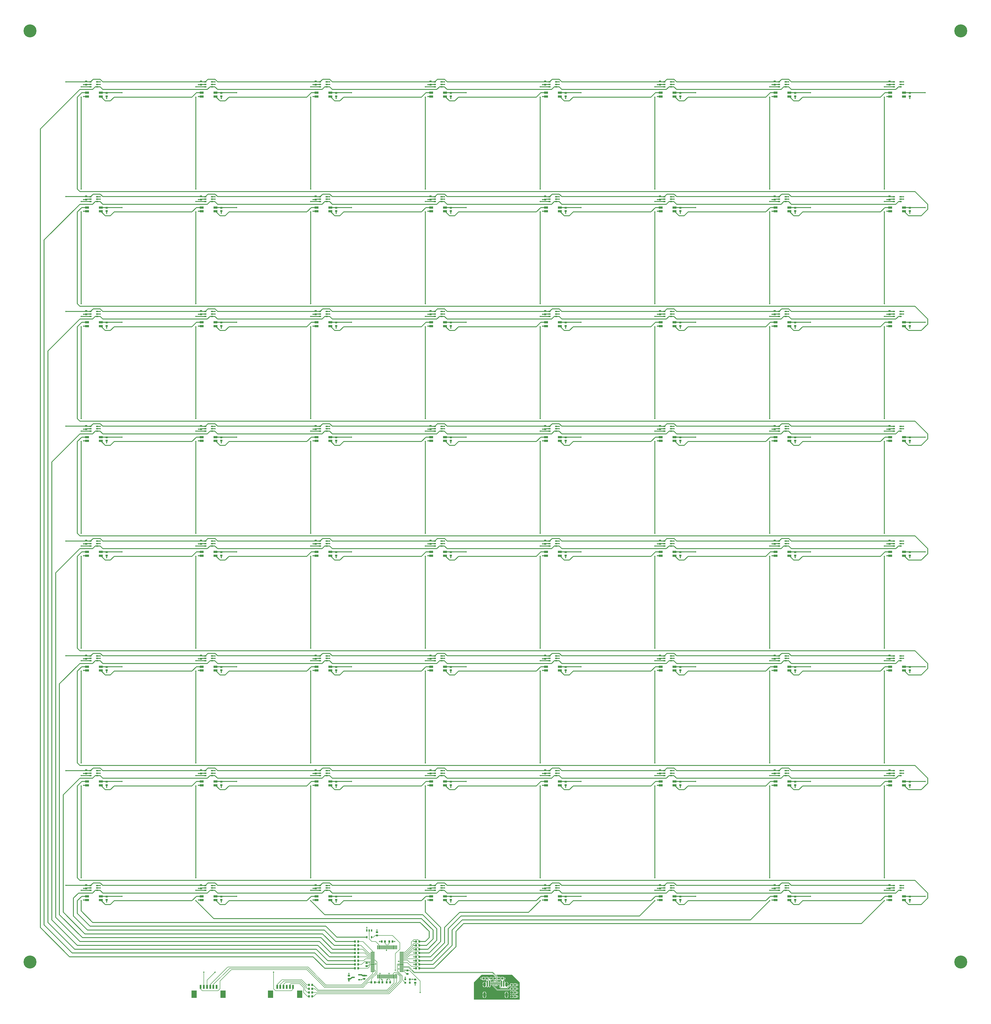
<source format=gtl>
G04*
G04 #@! TF.GenerationSoftware,Altium Limited,Altium Designer,23.0.1 (38)*
G04*
G04 Layer_Physical_Order=1*
G04 Layer_Color=255*
%FSLAX44Y44*%
%MOMM*%
G71*
G04*
G04 #@! TF.SameCoordinates,ADC8DFE5-703F-4530-8304-E3B7B360FE1B*
G04*
G04*
G04 #@! TF.FilePolarity,Positive*
G04*
G01*
G75*
%ADD11C,0.1500*%
%ADD12R,0.9000X0.7000*%
%ADD13R,0.9000X0.6000*%
%ADD14R,1.5000X0.8200*%
%ADD15R,0.7000X0.9000*%
%ADD16R,0.3000X1.0000*%
%ADD17R,0.6000X1.0000*%
%ADD18R,0.7800X0.6800*%
%ADD19R,0.6000X0.9000*%
%ADD20R,0.8000X1.6000*%
%ADD21R,2.1000X3.0000*%
%ADD22R,1.5000X0.3000*%
%ADD23R,0.3000X1.5000*%
%ADD39C,0.3000*%
%ADD40C,0.5000*%
%ADD41C,0.2540*%
%ADD42O,1.0000X2.2000*%
%ADD43O,1.0000X1.8000*%
%ADD44C,5.1000*%
%ADD45C,0.5000*%
G36*
X2070000Y70000D02*
Y2294D01*
X1890000D01*
Y70000D01*
X1920000Y100000D01*
X1966756D01*
X1974582Y92173D01*
X1974096Y91000D01*
X1966500D01*
Y79000D01*
X1976206D01*
Y77294D01*
X1970000D01*
X1969122Y77119D01*
X1968378Y76622D01*
X1968378Y76622D01*
X1965878Y74122D01*
X1965381Y73378D01*
X1965256Y72751D01*
X1955578D01*
Y75000D01*
X1955500Y75394D01*
Y75796D01*
X1955346Y76167D01*
X1955268Y76561D01*
X1955045Y76895D01*
X1954891Y77266D01*
X1954607Y77550D01*
X1954487Y77730D01*
X1954662Y78389D01*
X1954999Y79000D01*
X1963500D01*
Y91000D01*
X1953500D01*
Y88953D01*
X1952266Y88391D01*
X1950796Y89000D01*
X1949204D01*
X1947734Y88391D01*
X1946500Y88953D01*
Y91000D01*
X1936500D01*
Y79000D01*
X1939501D01*
X1939838Y78389D01*
X1940013Y77730D01*
X1939893Y77550D01*
X1939609Y77266D01*
X1939455Y76895D01*
X1939232Y76561D01*
X1939154Y76167D01*
X1939000Y75796D01*
Y75394D01*
X1938922Y75000D01*
Y72751D01*
X1938500D01*
Y69247D01*
X1937230Y68852D01*
X1936436Y69887D01*
X1935078Y70929D01*
X1933497Y71584D01*
X1933070Y71640D01*
Y61251D01*
Y50862D01*
X1933497Y50918D01*
X1935078Y51574D01*
X1936436Y52615D01*
X1937478Y53973D01*
X1937716Y54549D01*
X1937823Y54554D01*
X1939000Y54250D01*
Y54204D01*
X1939154Y53833D01*
X1939232Y53439D01*
X1939455Y53105D01*
X1939609Y52734D01*
X1939893Y52450D01*
X1940116Y52116D01*
X1940450Y51893D01*
X1940734Y51609D01*
X1941105Y51455D01*
X1941439Y51232D01*
X1941833Y51154D01*
X1942204Y51000D01*
X1942606D01*
X1943000Y50922D01*
X1943394Y51000D01*
X1943796D01*
X1944167Y51154D01*
X1944561Y51232D01*
X1944895Y51455D01*
X1945266Y51609D01*
X1945550Y51893D01*
X1945884Y52116D01*
X1946107Y52450D01*
X1946391Y52734D01*
X1946544Y53105D01*
X1946552Y53107D01*
X1946780Y53172D01*
X1947720D01*
X1947948Y53107D01*
X1947955Y53105D01*
X1948109Y52734D01*
X1948393Y52450D01*
X1948616Y52116D01*
X1948950Y51893D01*
X1949234Y51609D01*
X1949605Y51455D01*
X1949939Y51232D01*
X1950333Y51154D01*
X1950704Y51000D01*
X1951106D01*
X1951500Y50922D01*
X1951894Y51000D01*
X1952296D01*
X1952667Y51154D01*
X1953061Y51232D01*
X1953395Y51455D01*
X1953766Y51609D01*
X1954050Y51893D01*
X1954384Y52116D01*
X1954607Y52450D01*
X1954891Y52734D01*
X1955045Y53105D01*
X1955268Y53439D01*
X1955346Y53833D01*
X1955500Y54204D01*
Y54606D01*
X1955578Y55000D01*
Y59751D01*
X1960255D01*
X1960381Y59122D01*
X1960878Y58378D01*
X1980878Y38378D01*
X1981622Y37881D01*
X1982500Y37706D01*
X2027500D01*
X2028378Y37881D01*
X2029122Y38378D01*
X2032230Y41486D01*
X2033500Y40960D01*
Y39000D01*
X2043500D01*
Y51000D01*
X2033500D01*
Y47294D01*
X2032500D01*
X2031622Y47119D01*
X2030878Y46622D01*
X2026550Y42294D01*
X1983450D01*
X1967166Y58578D01*
X1967652Y59751D01*
X1970255D01*
X1970381Y59122D01*
X1970878Y58378D01*
X1973378Y55878D01*
X1974122Y55381D01*
X1975000Y55206D01*
X1980000D01*
X1980878Y55381D01*
X1981622Y55878D01*
X1984122Y58378D01*
X1984619Y59122D01*
X1984745Y59751D01*
X1990206D01*
Y52500D01*
X1990381Y51622D01*
X1990878Y50878D01*
X1995878Y45878D01*
X1996622Y45381D01*
X1997500Y45206D01*
X2020000D01*
X2020878Y45381D01*
X2021622Y45878D01*
X2032230Y56486D01*
X2033500Y55960D01*
Y54000D01*
X2043500D01*
Y66000D01*
X2033500D01*
Y62294D01*
X2032500D01*
X2031622Y62119D01*
X2030878Y61622D01*
X2025966Y56710D01*
X2024850Y57209D01*
X2024756Y57296D01*
Y59981D01*
X2018200D01*
Y61251D01*
X2016930D01*
Y71640D01*
X2016503Y71584D01*
X2014922Y70929D01*
X2013564Y69887D01*
X2012770Y68852D01*
X2011500Y69247D01*
Y72751D01*
X2011078D01*
Y75000D01*
X2011000Y75394D01*
Y75796D01*
X2010846Y76167D01*
X2010768Y76561D01*
X2010545Y76895D01*
X2010391Y77266D01*
X2010107Y77550D01*
X2009884Y77884D01*
X2009550Y78107D01*
X2009266Y78391D01*
X2008895Y78545D01*
X2008561Y78768D01*
X2008167Y78846D01*
X2007796Y79000D01*
X2007394Y79000D01*
X2007000Y79078D01*
X2006500Y80274D01*
Y81047D01*
X2007734Y81609D01*
X2009204Y81000D01*
X2010796D01*
X2012266Y81609D01*
X2013391Y82734D01*
X2014000Y84204D01*
Y85796D01*
X2013391Y87266D01*
X2012266Y88391D01*
X2010796Y89000D01*
X2009204D01*
X2007734Y88391D01*
X2006500Y88953D01*
Y91000D01*
X1996500D01*
Y79000D01*
X1996500D01*
X1996121Y77887D01*
X1996116Y77884D01*
X1995893Y77550D01*
X1995609Y77266D01*
X1995455Y76895D01*
X1995232Y76561D01*
X1995154Y76167D01*
X1995000Y75796D01*
Y75394D01*
X1994922Y75000D01*
Y72751D01*
X1984645D01*
X1984619Y72879D01*
X1984122Y73623D01*
X1984122Y73623D01*
X1983794Y73951D01*
Y79000D01*
X1993500D01*
Y91000D01*
X1983794D01*
Y92743D01*
X1983619Y93621D01*
X1983122Y94365D01*
X1978660Y98827D01*
X1979146Y100000D01*
X2040000D01*
X2070000Y70000D01*
D02*
G37*
%LPC*%
G36*
X1933500Y91000D02*
X1923500D01*
Y88953D01*
X1922266Y88391D01*
X1920796Y89000D01*
X1919204D01*
X1917734Y88391D01*
X1916609Y87266D01*
X1916000Y85796D01*
Y84204D01*
X1916609Y82734D01*
X1917734Y81609D01*
X1919204Y81000D01*
X1920796D01*
X1922266Y81609D01*
X1923500Y81047D01*
Y79000D01*
X1933500D01*
Y91000D01*
D02*
G37*
G36*
X2019470Y71640D02*
Y62521D01*
X2024756D01*
Y65251D01*
X2024533Y66948D01*
X2023878Y68529D01*
X2022836Y69887D01*
X2021478Y70929D01*
X2019897Y71584D01*
X2019470Y71640D01*
D02*
G37*
G36*
X1930530D02*
X1930103Y71584D01*
X1928522Y70929D01*
X1927164Y69887D01*
X1926122Y68529D01*
X1925467Y66948D01*
X1925244Y65251D01*
Y62521D01*
X1930530D01*
Y71640D01*
D02*
G37*
G36*
X2056500Y66000D02*
X2046500D01*
Y54000D01*
X2056500D01*
Y56047D01*
X2057734Y56609D01*
X2059204Y56000D01*
X2060796D01*
X2062266Y56609D01*
X2063391Y57734D01*
X2064000Y59204D01*
Y60796D01*
X2063391Y62266D01*
X2062266Y63391D01*
X2060796Y64000D01*
X2059204D01*
X2057734Y63391D01*
X2056500Y63953D01*
Y66000D01*
D02*
G37*
G36*
X1930530Y59981D02*
X1925244D01*
Y57251D01*
X1925467Y55554D01*
X1926122Y53973D01*
X1927164Y52615D01*
X1928522Y51574D01*
X1930103Y50918D01*
X1930530Y50862D01*
Y59981D01*
D02*
G37*
G36*
X2056500Y51000D02*
X2046500D01*
Y39000D01*
X2056500D01*
Y41047D01*
X2057734Y41609D01*
X2059204Y41000D01*
X2060796D01*
X2062266Y41609D01*
X2063391Y42734D01*
X2064000Y44204D01*
Y45796D01*
X2063391Y47266D01*
X2062266Y48391D01*
X2060796Y49000D01*
X2059204D01*
X2057734Y48391D01*
X2056500Y48953D01*
Y51000D01*
D02*
G37*
G36*
X2043500Y36000D02*
X2039770D01*
Y31270D01*
X2043500D01*
Y36000D01*
D02*
G37*
G36*
X2037230D02*
X2033500D01*
Y31270D01*
X2037230D01*
Y36000D01*
D02*
G37*
G36*
X2056500D02*
X2046500D01*
Y24000D01*
X2056500D01*
Y26047D01*
X2057734Y26609D01*
X2059204Y26000D01*
X2060796D01*
X2062266Y26609D01*
X2063391Y27734D01*
X2064000Y29204D01*
Y30796D01*
X2063391Y32266D01*
X2062266Y33391D01*
X2060796Y34000D01*
X2059204D01*
X2057734Y33391D01*
X2056500Y33953D01*
Y36000D01*
D02*
G37*
G36*
X2043500Y28730D02*
X2039770D01*
Y24000D01*
X2043500D01*
Y28730D01*
D02*
G37*
G36*
X2037230D02*
X2033500D01*
Y24000D01*
X2037230D01*
Y28730D01*
D02*
G37*
G36*
X2019470Y33640D02*
Y22521D01*
X2024756D01*
Y27251D01*
X2024533Y28948D01*
X2023878Y30529D01*
X2022836Y31887D01*
X2021478Y32929D01*
X2019897Y33584D01*
X2019470Y33640D01*
D02*
G37*
G36*
X2016930Y33640D02*
X2016503Y33584D01*
X2014922Y32929D01*
X2013564Y31887D01*
X2012522Y30529D01*
X2011867Y28948D01*
X2011644Y27251D01*
Y22521D01*
X2016930D01*
Y33640D01*
D02*
G37*
G36*
X1933070D02*
Y22521D01*
X1938356D01*
Y27251D01*
X1938133Y28948D01*
X1937478Y30529D01*
X1936436Y31887D01*
X1935078Y32929D01*
X1933497Y33584D01*
X1933070Y33640D01*
D02*
G37*
G36*
X1930530Y33640D02*
X1930103Y33584D01*
X1928522Y32929D01*
X1927164Y31887D01*
X1926122Y30529D01*
X1925467Y28948D01*
X1925244Y27251D01*
Y22521D01*
X1930530D01*
Y33640D01*
D02*
G37*
G36*
X2043500Y21000D02*
X2039770D01*
Y16270D01*
X2043500D01*
Y21000D01*
D02*
G37*
G36*
X2037230D02*
X2033500D01*
Y16270D01*
X2037230D01*
Y21000D01*
D02*
G37*
G36*
X2056500D02*
X2046500D01*
Y9000D01*
X2056500D01*
Y11047D01*
X2057734Y11609D01*
X2059204Y11000D01*
X2060796D01*
X2062266Y11609D01*
X2063391Y12734D01*
X2064000Y14204D01*
Y15796D01*
X2063391Y17266D01*
X2062266Y18391D01*
X2060796Y19000D01*
X2059204D01*
X2057734Y18391D01*
X2056500Y18953D01*
Y21000D01*
D02*
G37*
G36*
X2043500Y13730D02*
X2039770D01*
Y9000D01*
X2043500D01*
Y13730D01*
D02*
G37*
G36*
X2037230D02*
X2033500D01*
Y9000D01*
X2037230D01*
Y13730D01*
D02*
G37*
G36*
X2016930Y19981D02*
X2011644D01*
Y15251D01*
X2011867Y13554D01*
X2012522Y11973D01*
X2013564Y10615D01*
X2014922Y9573D01*
X2016503Y8918D01*
X2016930Y8862D01*
Y19981D01*
D02*
G37*
G36*
X1938356Y19981D02*
X1933070D01*
Y8862D01*
X1933497Y8918D01*
X1935078Y9573D01*
X1936436Y10615D01*
X1937478Y11973D01*
X1938133Y13554D01*
X1938356Y15251D01*
Y19981D01*
D02*
G37*
G36*
X1930530D02*
X1925244D01*
Y15251D01*
X1925467Y13554D01*
X1926122Y11973D01*
X1927164Y10615D01*
X1928522Y9573D01*
X1930103Y8918D01*
X1930530Y8862D01*
Y19981D01*
D02*
G37*
G36*
X2024756Y19981D02*
X2019470D01*
Y8862D01*
X2019897Y8918D01*
X2021478Y9573D01*
X2022836Y10615D01*
X2023878Y11973D01*
X2024533Y13554D01*
X2024756Y15251D01*
Y19981D01*
D02*
G37*
%LPD*%
D11*
X1799683Y107000D02*
X1849272D01*
X1920000Y85000D02*
X1928500D01*
X2051500Y15000D02*
X2060000D01*
X2060000Y45000D02*
X2060000Y45000D01*
X2051500Y30000D02*
X2060000D01*
X2060000Y60000D02*
X2060000Y60000D01*
X2001500Y85000D02*
X2010000D01*
X2051500Y45000D02*
X2060000D01*
X2051500Y60000D02*
X2060000D01*
X1510000Y266500D02*
Y275000D01*
X1441000Y80500D02*
X1450500D01*
X1453500Y83500D01*
X1460000D01*
X1400000Y96500D02*
Y105000D01*
X1660000Y60000D02*
Y68500D01*
X1950000Y85000D02*
X1958500D01*
X1951500Y75000D02*
Y75000D01*
X2027500Y40000D02*
X2032500Y45000D01*
X1982500Y40000D02*
X2027500D01*
X1962500Y60000D02*
X1982500Y40000D01*
X1962500Y60000D02*
Y66251D01*
X1941500Y85000D02*
X1951500Y75000D01*
X2020000Y47500D02*
X2032500Y60000D01*
X2038500D01*
X2032500Y45000D02*
X2038500D01*
X1518500Y78500D02*
X1522500Y82500D01*
X1548500Y70000D02*
Y78500D01*
X1531500Y70000D02*
Y78500D01*
X1518500Y70000D02*
Y78500D01*
X1522500Y82500D02*
Y93000D01*
X1530000Y80000D02*
X1531500Y78500D01*
X1527500Y82500D02*
Y93000D01*
Y82500D02*
X1530000Y80000D01*
X1548500Y78500D02*
X1552500Y82500D01*
X1522500Y93000D02*
Y105000D01*
X1670000Y207500D02*
X1676500Y201000D01*
Y200000D02*
Y201000D01*
X1670000Y192500D02*
X1676500Y186000D01*
Y170000D02*
Y171000D01*
Y185000D02*
Y186000D01*
X1670000Y177500D02*
X1676500Y171000D01*
X1645000Y227500D02*
X1655000Y237500D01*
X1501500Y70000D02*
X1518500D01*
X1630000Y157500D02*
X1640000Y147500D01*
X1670000D01*
X1607000Y162500D02*
X1669000D01*
X1676500Y155000D01*
X1670000Y147500D02*
X1676500Y141000D01*
Y140000D02*
Y141000D01*
X1670000Y222500D02*
X1676500Y216000D01*
Y215000D02*
Y216000D01*
X1655000Y237500D02*
X1670000D01*
X1676500Y231000D01*
Y230000D02*
Y231000D01*
X1489500Y247000D02*
X1497000D01*
X1503500Y253500D01*
X1510000D01*
X1607000Y157500D02*
X1630000D01*
X1638650Y68350D02*
Y81650D01*
X1649250D01*
X1621350D02*
Y90000D01*
X1607000Y112500D02*
X1617500D01*
X1629000Y117500D02*
X1630000Y116500D01*
X1595000Y137500D02*
X1607000D01*
X1595000Y122500D02*
X1607000D01*
X1669000Y132500D02*
X1676500Y125000D01*
X1659850Y81650D02*
X1660000Y81500D01*
X1649250Y81650D02*
X1659850D01*
X1660000Y80000D02*
Y81500D01*
X1561500Y70000D02*
Y78500D01*
X1552500Y82500D02*
Y93000D01*
X1626500Y103500D02*
X1630000D01*
X1557500Y93000D02*
Y105000D01*
X1617500Y112500D02*
X1626500Y103500D01*
X1655000Y207500D02*
X1670000D01*
X1627500Y172500D02*
X1647500Y192500D01*
X1622500Y182500D02*
X1650000Y210000D01*
X1625000Y177500D02*
X1655000Y207500D01*
X1640000Y177500D02*
X1670000D01*
X1647500Y192500D02*
X1670000D01*
X1607000Y172500D02*
X1627500D01*
X1630000Y167500D02*
X1640000Y177500D01*
X1607000D02*
X1625000D01*
X1607000Y167500D02*
X1630000D01*
X1607000Y187500D02*
X1620000D01*
X1607000Y182500D02*
X1622500D01*
X1655000Y222500D02*
X1670000D01*
X1645000Y212500D02*
Y227500D01*
X1650000Y217500D02*
X1655000Y222500D01*
X1571500Y230000D02*
X1580000D01*
X1650000Y210000D02*
Y217500D01*
X1480000Y130000D02*
X1480000D01*
X1482500Y142500D02*
X1493000D01*
X1475000Y125000D02*
X1480000Y130000D01*
X1482500Y137500D02*
X1493000D01*
X1480000Y130000D02*
Y135000D01*
X1473500Y133500D02*
X1482500Y142500D01*
X1493000D02*
X1505000D01*
X1480000Y135000D02*
X1482500Y137500D01*
X1470000Y146500D02*
X1471000Y147500D01*
X1493000D01*
X1475000Y172500D02*
X1493000D01*
X1472500Y167500D02*
X1493000D01*
X1470000Y170000D02*
X1472500Y167500D01*
X1465000Y162500D02*
X1493000D01*
X1470000Y133500D02*
X1473500D01*
X1462500Y152500D02*
X1493000D01*
X1552500Y207000D02*
Y217500D01*
X1558500Y223500D02*
Y230000D01*
X1552500Y217500D02*
X1558500Y223500D01*
X1541500D02*
Y230000D01*
Y223500D02*
X1547500Y217500D01*
Y207000D02*
Y217500D01*
X1436500Y155000D02*
X1436500Y155000D01*
X1436500Y125000D02*
X1475000D01*
X1436500Y140000D02*
X1450000D01*
X1462500Y152500D01*
X1436500Y155000D02*
X1457500D01*
X1436500Y140000D02*
X1436500Y140000D01*
X1457500Y155000D02*
X1465000Y162500D01*
X1480000Y182500D02*
X1493000D01*
X1455000Y200000D02*
X1477500Y177500D01*
X1493000Y187500D02*
Y192000D01*
X1447500Y215000D02*
X1480000Y182500D01*
X1477500Y177500D02*
X1493000D01*
X1455000Y230000D02*
X1493000Y192000D01*
X1436500Y230000D02*
X1455000D01*
X1436500Y215000D02*
X1447500D01*
X1520000Y230000D02*
X1528500D01*
X1462500Y185000D02*
X1475000Y172500D01*
X1436500Y170000D02*
X1436500Y170000D01*
X1470000D01*
X1436500Y185000D02*
X1462500D01*
X1436500Y200000D02*
X1455000D01*
X1992500Y52500D02*
Y66251D01*
Y52500D02*
X1997500Y47500D01*
X2020000D01*
X1470500Y273000D02*
Y285000D01*
X1557500Y82500D02*
X1561500Y78500D01*
X1557500Y82500D02*
Y93000D01*
X1215000Y80000D02*
X1235000Y60000D01*
X1137500Y80000D02*
X1215000D01*
X1235000Y60000D02*
X1243500D01*
X1118750Y61250D02*
X1137500Y80000D01*
X1118750Y52540D02*
Y61250D01*
X1131250Y61250D02*
X1145000Y75000D01*
X1131250Y52540D02*
Y61250D01*
X1143750Y61250D02*
X1152500Y70000D01*
X1143750Y52540D02*
Y61250D01*
X1207500Y65000D02*
X1222500Y50000D01*
X1168750Y61250D02*
X1172500Y65000D01*
X1168750Y52540D02*
Y61250D01*
X1582500Y93000D02*
Y102500D01*
X1572500Y93000D02*
Y102500D01*
X1579000Y109000D01*
X1582500Y102500D02*
X1583379Y103379D01*
X1577500Y67500D02*
Y93000D01*
X1587500Y70000D02*
Y93000D01*
X1630000Y147500D02*
X1645000Y132500D01*
X1607000Y147500D02*
X1630000D01*
X1645000Y132500D02*
X1669000D01*
X1112500Y37500D02*
X1175000D01*
X1181250Y43750D02*
Y52540D01*
X1175000Y37500D02*
X1181250Y43750D01*
X1172500Y65000D02*
X1207500D01*
X1152500Y70000D02*
X1210000D01*
X1227500Y52500D01*
X1145000Y75000D02*
X1212500D01*
X1488500Y83500D02*
X1510000Y105000D01*
X1493000Y157500D02*
X1502500D01*
X1510000Y105000D02*
Y150000D01*
X1502500Y157500D02*
X1510000Y150000D01*
X1505000Y107500D02*
Y115000D01*
X1502500Y117500D02*
X1505000Y115000D01*
X1493000Y117500D02*
X1502500D01*
X1493000Y103000D02*
Y112500D01*
X868750Y52540D02*
Y61250D01*
X818750Y43750D02*
Y52540D01*
Y43750D02*
X825000Y37500D01*
X1105000Y45000D02*
X1112500Y37500D01*
X825000D02*
X887500D01*
X1212500Y75000D02*
X1232500Y55000D01*
X895000Y45000D02*
Y75000D01*
X887500Y37500D02*
X895000Y45000D01*
X1232500Y50000D02*
X1237500Y45000D01*
X1243500D01*
X1232500Y50000D02*
Y55000D01*
X1227500Y40000D02*
X1237500Y30000D01*
X1243500D01*
X1227500Y40000D02*
Y52500D01*
X1237500Y15000D02*
X1243500D01*
X1222500Y30000D02*
Y50000D01*
Y30000D02*
X1237500Y15000D01*
X1256500Y30000D02*
X1555000D01*
X1552500Y35000D02*
X1587500Y70000D01*
X1550000Y40000D02*
X1577500Y67500D01*
X1452500Y55000D02*
X1505000Y107500D01*
X1450000Y60000D02*
X1493000Y103000D01*
X1488500Y70000D02*
Y83500D01*
X1455000Y50000D02*
X1475000Y70000D01*
X1488500D01*
X1310000Y60000D02*
X1450000D01*
X1307500Y55000D02*
X1452500D01*
X1305000Y50000D02*
X1455000D01*
X1610000Y79700D02*
X1621350Y68350D01*
X1557500Y25000D02*
X1605000Y72500D01*
X1555000Y30000D02*
X1600000Y75000D01*
X1630000Y116500D02*
X1638500D01*
X1490000Y230000D02*
X1505000D01*
X1480000Y240000D02*
X1490000Y230000D01*
X1480000Y240000D02*
Y273000D01*
X1547500Y195000D02*
Y207000D01*
X1620000Y187500D02*
X1645000Y212500D01*
X1610000Y79700D02*
Y95000D01*
X1583379Y103379D02*
X1591621D01*
X1600000Y95000D01*
Y75000D02*
Y95000D01*
X1579000Y109000D02*
X1591000D01*
X1605000Y95000D01*
Y72500D02*
Y95000D01*
X1505000Y230000D02*
X1517500Y217500D01*
Y207000D02*
Y217500D01*
X856250Y52540D02*
Y61250D01*
X1261371Y58629D02*
X1280000Y40000D01*
X1256500Y60000D02*
X1257871Y58629D01*
X1280000Y40000D02*
X1550000D01*
X1257871Y58629D02*
X1261371D01*
X1256500Y45000D02*
X1267500D01*
X1277500Y35000D01*
X1552500D01*
X1262500Y15000D02*
X1272500Y25000D01*
X1557500D01*
X1256500Y15000D02*
X1262500D01*
X1510000Y253500D02*
X1571500D01*
X1600000Y225000D01*
Y200000D02*
Y225000D01*
X1592500Y142500D02*
X1607000D01*
X1590000Y140000D02*
X1592500Y142500D01*
X1590000Y115000D02*
Y140000D01*
Y115000D02*
X1610000Y95000D01*
X1607000Y117500D02*
X1620000D01*
X1629000D01*
X1582500D02*
Y182500D01*
X1600000Y200000D01*
X1638500Y116500D02*
X1680000Y75000D01*
Y30000D02*
Y75000D01*
X1105000Y45000D02*
Y110000D01*
X843750Y52540D02*
X845000Y53790D01*
X831250Y52540D02*
Y110000D01*
X843750Y52540D02*
Y78750D01*
X875000Y110000D01*
X1240000Y130000D02*
X1310000Y60000D01*
X856250Y61250D02*
X925000Y130000D01*
X940000Y120000D02*
X1235000D01*
X895000Y75000D02*
X940000Y120000D01*
X1235000D02*
X1305000Y50000D01*
X932500Y125000D02*
X1237500D01*
X1307500Y55000D01*
X868750Y61250D02*
X932500Y125000D01*
X925000Y130000D02*
X1240000D01*
X1635243Y131500D02*
X1656743Y110000D01*
X1965121Y109121D02*
X1965121D01*
X1964243Y110000D02*
X1965121Y109121D01*
X1965121D02*
X1981500Y92743D01*
X1616250Y131500D02*
X1635243D01*
X1981500Y85251D02*
Y92743D01*
X1615250Y132500D02*
X1616250Y131500D01*
X1607000Y132500D02*
X1615250D01*
X1981500Y85251D02*
X1988249D01*
X1988500Y85000D01*
X1981500Y73001D02*
Y85251D01*
Y73001D02*
X1982500Y72001D01*
Y60000D02*
Y66251D01*
X1980000Y57500D02*
X1982500Y60000D01*
Y66251D02*
Y72001D01*
X1975000Y57500D02*
X1980000D01*
X1972500Y60000D02*
Y66251D01*
Y60000D02*
X1975000Y57500D01*
X1616250Y128500D02*
X1634000D01*
X1978500Y85251D02*
Y91500D01*
Y73001D02*
Y85251D01*
X1970000Y75000D02*
X1977500D01*
Y72001D02*
X1978500Y73001D01*
X1977500Y66251D02*
Y72001D01*
X1615250Y127500D02*
X1616250Y128500D01*
X1607000Y127500D02*
X1615250D01*
X1967500Y72500D02*
X1970000Y75000D01*
X1967500Y66251D02*
Y72500D01*
X1971500Y85000D02*
X1978249D01*
X1978500Y85251D01*
X1656743Y110000D02*
X1825000D01*
X1874804D02*
X1964243D01*
X1825000D02*
X1874804D01*
X1634000Y128500D02*
X1655500Y107000D01*
X1963000D02*
X1978500Y91500D01*
X1849272Y107000D02*
X1963000D01*
X1655500D02*
X1799683D01*
X1595000Y152500D02*
X1607000D01*
D12*
X450000Y393500D02*
D03*
Y406500D02*
D03*
X370000Y438500D02*
D03*
Y451500D02*
D03*
X1630000Y116500D02*
D03*
Y103500D02*
D03*
X1460000Y83500D02*
D03*
Y96500D02*
D03*
X1400000D02*
D03*
Y83500D02*
D03*
X1470000Y146500D02*
D03*
Y133500D02*
D03*
X1660000Y68500D02*
D03*
Y81500D02*
D03*
X1510000Y253500D02*
D03*
Y266500D02*
D03*
X820000Y438500D02*
D03*
Y451500D02*
D03*
X1270000Y438500D02*
D03*
Y451500D02*
D03*
X1720000Y438500D02*
D03*
Y451500D02*
D03*
X2170000Y438500D02*
D03*
Y451500D02*
D03*
X2620000Y438500D02*
D03*
Y451500D02*
D03*
X3070000Y438500D02*
D03*
Y451500D02*
D03*
X3520000Y438500D02*
D03*
Y451500D02*
D03*
X370000Y888500D02*
D03*
Y901500D02*
D03*
X820000Y888500D02*
D03*
Y901500D02*
D03*
X1270000Y888500D02*
D03*
Y901500D02*
D03*
X1720000Y888500D02*
D03*
Y901500D02*
D03*
X2170000Y888500D02*
D03*
Y901500D02*
D03*
X2620000Y888500D02*
D03*
Y901500D02*
D03*
X3070000Y888500D02*
D03*
Y901500D02*
D03*
X3520000Y888500D02*
D03*
Y901500D02*
D03*
X370000Y1338500D02*
D03*
Y1351500D02*
D03*
X820000Y1338500D02*
D03*
Y1351500D02*
D03*
X1270000Y1338500D02*
D03*
Y1351500D02*
D03*
X1720000Y1338500D02*
D03*
Y1351500D02*
D03*
X2170000Y1338500D02*
D03*
Y1351500D02*
D03*
X2620000Y1338500D02*
D03*
Y1351500D02*
D03*
X3070000Y1338500D02*
D03*
Y1351500D02*
D03*
X3520000Y1338500D02*
D03*
Y1351500D02*
D03*
X370000Y1788500D02*
D03*
Y1801500D02*
D03*
X820000Y1788500D02*
D03*
Y1801500D02*
D03*
X1270000Y1788500D02*
D03*
Y1801500D02*
D03*
X1720000Y1788500D02*
D03*
Y1801500D02*
D03*
X2170000Y1788500D02*
D03*
Y1801500D02*
D03*
X2620000Y1788500D02*
D03*
Y1801500D02*
D03*
X3070000Y1788500D02*
D03*
Y1801500D02*
D03*
X3520000Y1788500D02*
D03*
Y1801500D02*
D03*
X370000Y2238500D02*
D03*
Y2251500D02*
D03*
X820000Y2238500D02*
D03*
Y2251500D02*
D03*
X1270000Y2238500D02*
D03*
Y2251500D02*
D03*
X1720000Y2238500D02*
D03*
Y2251500D02*
D03*
X2170000Y2238500D02*
D03*
Y2251500D02*
D03*
X2620000Y2238500D02*
D03*
Y2251500D02*
D03*
X3070000Y2238500D02*
D03*
Y2251500D02*
D03*
X3520000Y2238500D02*
D03*
Y2251500D02*
D03*
X370000Y2688500D02*
D03*
Y2701500D02*
D03*
X820000Y2688500D02*
D03*
Y2701500D02*
D03*
X1270000Y2688500D02*
D03*
Y2701500D02*
D03*
X1720000Y2688500D02*
D03*
Y2701500D02*
D03*
X2170000Y2688500D02*
D03*
Y2701500D02*
D03*
X2620000Y2688500D02*
D03*
Y2701500D02*
D03*
X3070000Y2688500D02*
D03*
Y2701500D02*
D03*
X370000Y3138500D02*
D03*
Y3151500D02*
D03*
X820000Y3138500D02*
D03*
Y3151500D02*
D03*
X1270000Y3138500D02*
D03*
Y3151500D02*
D03*
X1720000Y3138500D02*
D03*
Y3151500D02*
D03*
X2170000Y3138500D02*
D03*
Y3151500D02*
D03*
X2620000Y3138500D02*
D03*
Y3151500D02*
D03*
X3070000Y3138500D02*
D03*
Y3151500D02*
D03*
X3520000Y3138500D02*
D03*
Y3151500D02*
D03*
X370000Y3588500D02*
D03*
Y3601500D02*
D03*
X820000Y3588500D02*
D03*
Y3601500D02*
D03*
X1270000Y3588500D02*
D03*
Y3601500D02*
D03*
X1720000Y3588500D02*
D03*
Y3601500D02*
D03*
X2170000Y3588500D02*
D03*
Y3601500D02*
D03*
X2620000Y3588500D02*
D03*
Y3601500D02*
D03*
X3070000Y3588500D02*
D03*
Y3601500D02*
D03*
X3520000Y3588500D02*
D03*
Y3601500D02*
D03*
X900000Y393500D02*
D03*
Y406500D02*
D03*
X1350000Y393500D02*
D03*
Y406500D02*
D03*
X1800000Y393500D02*
D03*
Y406500D02*
D03*
X2250000Y393500D02*
D03*
Y406500D02*
D03*
X2700000Y393500D02*
D03*
Y406500D02*
D03*
X3150000Y393500D02*
D03*
Y406500D02*
D03*
X3600000Y393500D02*
D03*
Y406500D02*
D03*
X450000Y843500D02*
D03*
Y856500D02*
D03*
X900000Y843500D02*
D03*
Y856500D02*
D03*
X1350000Y843500D02*
D03*
Y856500D02*
D03*
X1800000Y843500D02*
D03*
Y856500D02*
D03*
X2250000Y843500D02*
D03*
Y856500D02*
D03*
X2700000Y843500D02*
D03*
Y856500D02*
D03*
X3150000Y843500D02*
D03*
Y856500D02*
D03*
X3600000Y843500D02*
D03*
Y856500D02*
D03*
X450000Y1293500D02*
D03*
Y1306500D02*
D03*
X900000Y1293500D02*
D03*
Y1306500D02*
D03*
X1350000Y1293500D02*
D03*
Y1306500D02*
D03*
X1800000Y1293500D02*
D03*
Y1306500D02*
D03*
X2250000Y1293500D02*
D03*
Y1306500D02*
D03*
X2700000Y1293500D02*
D03*
Y1306500D02*
D03*
X3150000Y1293500D02*
D03*
Y1306500D02*
D03*
X3600000Y1293500D02*
D03*
Y1306500D02*
D03*
X450000Y1743500D02*
D03*
Y1756500D02*
D03*
X900000Y1743500D02*
D03*
Y1756500D02*
D03*
X1350000Y1743500D02*
D03*
Y1756500D02*
D03*
X1800000Y1743500D02*
D03*
Y1756500D02*
D03*
X2250000Y1743500D02*
D03*
Y1756500D02*
D03*
X2700000Y1743500D02*
D03*
Y1756500D02*
D03*
X3150000Y1743500D02*
D03*
Y1756500D02*
D03*
X3600000Y1743500D02*
D03*
Y1756500D02*
D03*
X450000Y2193500D02*
D03*
Y2206500D02*
D03*
X900000Y2193500D02*
D03*
Y2206500D02*
D03*
X1350000Y2193500D02*
D03*
Y2206500D02*
D03*
X1800000Y2193500D02*
D03*
Y2206500D02*
D03*
X2250000Y2193500D02*
D03*
Y2206500D02*
D03*
X2700000Y2193500D02*
D03*
Y2206500D02*
D03*
X3150000Y2193500D02*
D03*
Y2206500D02*
D03*
X3600000Y2193500D02*
D03*
Y2206500D02*
D03*
X450000Y2643500D02*
D03*
Y2656500D02*
D03*
X900000Y2643500D02*
D03*
Y2656500D02*
D03*
X1350000Y2643500D02*
D03*
Y2656500D02*
D03*
X1800000Y2643500D02*
D03*
Y2656500D02*
D03*
X2250000Y2643500D02*
D03*
Y2656500D02*
D03*
X2700000Y2643500D02*
D03*
Y2656500D02*
D03*
X3150000Y2643500D02*
D03*
Y2656500D02*
D03*
X450000Y3093500D02*
D03*
Y3106500D02*
D03*
X900000Y3093500D02*
D03*
Y3106500D02*
D03*
X1350000Y3093500D02*
D03*
Y3106500D02*
D03*
X1800000Y3093500D02*
D03*
Y3106500D02*
D03*
X2250000Y3093500D02*
D03*
Y3106500D02*
D03*
X2700000Y3093500D02*
D03*
Y3106500D02*
D03*
X3150000Y3093500D02*
D03*
Y3106500D02*
D03*
X3600000Y3093500D02*
D03*
Y3106500D02*
D03*
X450000Y3543500D02*
D03*
Y3556500D02*
D03*
X900000Y3543500D02*
D03*
Y3556500D02*
D03*
X1350000Y3543500D02*
D03*
Y3556500D02*
D03*
X1800000Y3543500D02*
D03*
Y3556500D02*
D03*
X2250000Y3543500D02*
D03*
Y3556500D02*
D03*
X2700000Y3543500D02*
D03*
Y3556500D02*
D03*
X3150000Y3543500D02*
D03*
Y3556500D02*
D03*
X3600000Y3543500D02*
D03*
Y3556500D02*
D03*
X3520000Y2688500D02*
D03*
Y2701500D02*
D03*
X3600000Y2643500D02*
D03*
Y2656500D02*
D03*
D13*
X387000Y440000D02*
D03*
Y449500D02*
D03*
X413000Y430500D02*
D03*
Y440000D02*
D03*
Y449500D02*
D03*
X387000Y430500D02*
D03*
X1419000Y90000D02*
D03*
X1441000Y80500D02*
D03*
Y99500D02*
D03*
X837000Y440000D02*
D03*
Y449500D02*
D03*
X863000Y430500D02*
D03*
Y440000D02*
D03*
Y449500D02*
D03*
X837000Y430500D02*
D03*
X1287000Y440000D02*
D03*
Y449500D02*
D03*
X1313000Y430500D02*
D03*
Y440000D02*
D03*
Y449500D02*
D03*
X1287000Y430500D02*
D03*
X1737000Y440000D02*
D03*
Y449500D02*
D03*
X1763000Y430500D02*
D03*
Y440000D02*
D03*
Y449500D02*
D03*
X1737000Y430500D02*
D03*
X2187000Y440000D02*
D03*
Y449500D02*
D03*
X2213000Y430500D02*
D03*
Y440000D02*
D03*
Y449500D02*
D03*
X2187000Y430500D02*
D03*
X2637000Y440000D02*
D03*
Y449500D02*
D03*
X2663000Y430500D02*
D03*
Y440000D02*
D03*
Y449500D02*
D03*
X2637000Y430500D02*
D03*
X3087000Y440000D02*
D03*
Y449500D02*
D03*
X3113000Y430500D02*
D03*
Y440000D02*
D03*
Y449500D02*
D03*
X3087000Y430500D02*
D03*
X3537000Y440000D02*
D03*
Y449500D02*
D03*
X3563000Y430500D02*
D03*
Y440000D02*
D03*
Y449500D02*
D03*
X3537000Y430500D02*
D03*
X387000Y890000D02*
D03*
Y899500D02*
D03*
X413000Y880500D02*
D03*
Y890000D02*
D03*
Y899500D02*
D03*
X387000Y880500D02*
D03*
X837000Y890000D02*
D03*
Y899500D02*
D03*
X863000Y880500D02*
D03*
Y890000D02*
D03*
Y899500D02*
D03*
X837000Y880500D02*
D03*
X1287000Y890000D02*
D03*
Y899500D02*
D03*
X1313000Y880500D02*
D03*
Y890000D02*
D03*
Y899500D02*
D03*
X1287000Y880500D02*
D03*
X1737000Y890000D02*
D03*
Y899500D02*
D03*
X1763000Y880500D02*
D03*
Y890000D02*
D03*
Y899500D02*
D03*
X1737000Y880500D02*
D03*
X2187000Y890000D02*
D03*
Y899500D02*
D03*
X2213000Y880500D02*
D03*
Y890000D02*
D03*
Y899500D02*
D03*
X2187000Y880500D02*
D03*
X2637000Y890000D02*
D03*
Y899500D02*
D03*
X2663000Y880500D02*
D03*
Y890000D02*
D03*
Y899500D02*
D03*
X2637000Y880500D02*
D03*
X3087000Y890000D02*
D03*
Y899500D02*
D03*
X3113000Y880500D02*
D03*
Y890000D02*
D03*
Y899500D02*
D03*
X3087000Y880500D02*
D03*
X3537000Y890000D02*
D03*
Y899500D02*
D03*
X3563000Y880500D02*
D03*
Y890000D02*
D03*
Y899500D02*
D03*
X3537000Y880500D02*
D03*
X387000Y1340000D02*
D03*
Y1349500D02*
D03*
X413000Y1330500D02*
D03*
Y1340000D02*
D03*
Y1349500D02*
D03*
X387000Y1330500D02*
D03*
X837000Y1340000D02*
D03*
Y1349500D02*
D03*
X863000Y1330500D02*
D03*
Y1340000D02*
D03*
Y1349500D02*
D03*
X837000Y1330500D02*
D03*
X1287000Y1340000D02*
D03*
Y1349500D02*
D03*
X1313000Y1330500D02*
D03*
Y1340000D02*
D03*
Y1349500D02*
D03*
X1287000Y1330500D02*
D03*
X1737000Y1340000D02*
D03*
Y1349500D02*
D03*
X1763000Y1330500D02*
D03*
Y1340000D02*
D03*
Y1349500D02*
D03*
X1737000Y1330500D02*
D03*
X2187000Y1340000D02*
D03*
Y1349500D02*
D03*
X2213000Y1330500D02*
D03*
Y1340000D02*
D03*
Y1349500D02*
D03*
X2187000Y1330500D02*
D03*
X2637000Y1340000D02*
D03*
Y1349500D02*
D03*
X2663000Y1330500D02*
D03*
Y1340000D02*
D03*
Y1349500D02*
D03*
X2637000Y1330500D02*
D03*
X3087000Y1340000D02*
D03*
Y1349500D02*
D03*
X3113000Y1330500D02*
D03*
Y1340000D02*
D03*
Y1349500D02*
D03*
X3087000Y1330500D02*
D03*
X3537000Y1340000D02*
D03*
Y1349500D02*
D03*
X3563000Y1330500D02*
D03*
Y1340000D02*
D03*
Y1349500D02*
D03*
X3537000Y1330500D02*
D03*
X387000Y1790000D02*
D03*
Y1799500D02*
D03*
X413000Y1780500D02*
D03*
Y1790000D02*
D03*
Y1799500D02*
D03*
X387000Y1780500D02*
D03*
X837000Y1790000D02*
D03*
Y1799500D02*
D03*
X863000Y1780500D02*
D03*
Y1790000D02*
D03*
Y1799500D02*
D03*
X837000Y1780500D02*
D03*
X1287000Y1790000D02*
D03*
Y1799500D02*
D03*
X1313000Y1780500D02*
D03*
Y1790000D02*
D03*
Y1799500D02*
D03*
X1287000Y1780500D02*
D03*
X1737000Y1790000D02*
D03*
Y1799500D02*
D03*
X1763000Y1780500D02*
D03*
Y1790000D02*
D03*
Y1799500D02*
D03*
X1737000Y1780500D02*
D03*
X2187000Y1790000D02*
D03*
Y1799500D02*
D03*
X2213000Y1780500D02*
D03*
Y1790000D02*
D03*
Y1799500D02*
D03*
X2187000Y1780500D02*
D03*
X2637000Y1790000D02*
D03*
Y1799500D02*
D03*
X2663000Y1780500D02*
D03*
Y1790000D02*
D03*
Y1799500D02*
D03*
X2637000Y1780500D02*
D03*
X3087000Y1790000D02*
D03*
Y1799500D02*
D03*
X3113000Y1780500D02*
D03*
Y1790000D02*
D03*
Y1799500D02*
D03*
X3087000Y1780500D02*
D03*
X3537000Y1790000D02*
D03*
Y1799500D02*
D03*
X3563000Y1780500D02*
D03*
Y1790000D02*
D03*
Y1799500D02*
D03*
X3537000Y1780500D02*
D03*
X387000Y2240000D02*
D03*
Y2249500D02*
D03*
X413000Y2230500D02*
D03*
Y2240000D02*
D03*
Y2249500D02*
D03*
X387000Y2230500D02*
D03*
X837000Y2240000D02*
D03*
Y2249500D02*
D03*
X863000Y2230500D02*
D03*
Y2240000D02*
D03*
Y2249500D02*
D03*
X837000Y2230500D02*
D03*
X1287000Y2240000D02*
D03*
Y2249500D02*
D03*
X1313000Y2230500D02*
D03*
Y2240000D02*
D03*
Y2249500D02*
D03*
X1287000Y2230500D02*
D03*
X1737000Y2240000D02*
D03*
Y2249500D02*
D03*
X1763000Y2230500D02*
D03*
Y2240000D02*
D03*
Y2249500D02*
D03*
X1737000Y2230500D02*
D03*
X2187000Y2240000D02*
D03*
Y2249500D02*
D03*
X2213000Y2230500D02*
D03*
Y2240000D02*
D03*
Y2249500D02*
D03*
X2187000Y2230500D02*
D03*
X2637000Y2240000D02*
D03*
Y2249500D02*
D03*
X2663000Y2230500D02*
D03*
Y2240000D02*
D03*
Y2249500D02*
D03*
X2637000Y2230500D02*
D03*
X3087000Y2240000D02*
D03*
Y2249500D02*
D03*
X3113000Y2230500D02*
D03*
Y2240000D02*
D03*
Y2249500D02*
D03*
X3087000Y2230500D02*
D03*
X3537000Y2240000D02*
D03*
Y2249500D02*
D03*
X3563000Y2230500D02*
D03*
Y2240000D02*
D03*
Y2249500D02*
D03*
X3537000Y2230500D02*
D03*
X387000Y2690000D02*
D03*
Y2699500D02*
D03*
X413000Y2680500D02*
D03*
Y2690000D02*
D03*
Y2699500D02*
D03*
X387000Y2680500D02*
D03*
X837000Y2690000D02*
D03*
Y2699500D02*
D03*
X863000Y2680500D02*
D03*
Y2690000D02*
D03*
Y2699500D02*
D03*
X837000Y2680500D02*
D03*
X1287000Y2690000D02*
D03*
Y2699500D02*
D03*
X1313000Y2680500D02*
D03*
Y2690000D02*
D03*
Y2699500D02*
D03*
X1287000Y2680500D02*
D03*
X1737000Y2690000D02*
D03*
Y2699500D02*
D03*
X1763000Y2680500D02*
D03*
Y2690000D02*
D03*
Y2699500D02*
D03*
X1737000Y2680500D02*
D03*
X2187000Y2690000D02*
D03*
Y2699500D02*
D03*
X2213000Y2680500D02*
D03*
Y2690000D02*
D03*
Y2699500D02*
D03*
X2187000Y2680500D02*
D03*
X2637000Y2690000D02*
D03*
Y2699500D02*
D03*
X2663000Y2680500D02*
D03*
Y2690000D02*
D03*
Y2699500D02*
D03*
X2637000Y2680500D02*
D03*
X3087000Y2690000D02*
D03*
Y2699500D02*
D03*
X3113000Y2680500D02*
D03*
Y2690000D02*
D03*
Y2699500D02*
D03*
X3087000Y2680500D02*
D03*
X387000Y3140000D02*
D03*
Y3149500D02*
D03*
X413000Y3130500D02*
D03*
Y3140000D02*
D03*
Y3149500D02*
D03*
X387000Y3130500D02*
D03*
X837000Y3140000D02*
D03*
Y3149500D02*
D03*
X863000Y3130500D02*
D03*
Y3140000D02*
D03*
Y3149500D02*
D03*
X837000Y3130500D02*
D03*
X1287000Y3140000D02*
D03*
Y3149500D02*
D03*
X1313000Y3130500D02*
D03*
Y3140000D02*
D03*
Y3149500D02*
D03*
X1287000Y3130500D02*
D03*
X1737000Y3140000D02*
D03*
Y3149500D02*
D03*
X1763000Y3130500D02*
D03*
Y3140000D02*
D03*
Y3149500D02*
D03*
X1737000Y3130500D02*
D03*
X2187000Y3140000D02*
D03*
Y3149500D02*
D03*
X2213000Y3130500D02*
D03*
Y3140000D02*
D03*
Y3149500D02*
D03*
X2187000Y3130500D02*
D03*
X2637000Y3140000D02*
D03*
Y3149500D02*
D03*
X2663000Y3130500D02*
D03*
Y3140000D02*
D03*
Y3149500D02*
D03*
X2637000Y3130500D02*
D03*
X3087000Y3140000D02*
D03*
Y3149500D02*
D03*
X3113000Y3130500D02*
D03*
Y3140000D02*
D03*
Y3149500D02*
D03*
X3087000Y3130500D02*
D03*
X3537000Y3140000D02*
D03*
Y3149500D02*
D03*
X3563000Y3130500D02*
D03*
Y3140000D02*
D03*
Y3149500D02*
D03*
X3537000Y3130500D02*
D03*
X387000Y3590000D02*
D03*
Y3599500D02*
D03*
X413000Y3580500D02*
D03*
Y3590000D02*
D03*
Y3599500D02*
D03*
X387000Y3580500D02*
D03*
X837000Y3590000D02*
D03*
Y3599500D02*
D03*
X863000Y3580500D02*
D03*
Y3590000D02*
D03*
Y3599500D02*
D03*
X837000Y3580500D02*
D03*
X1287000Y3590000D02*
D03*
Y3599500D02*
D03*
X1313000Y3580500D02*
D03*
Y3590000D02*
D03*
Y3599500D02*
D03*
X1287000Y3580500D02*
D03*
X1737000Y3590000D02*
D03*
Y3599500D02*
D03*
X1763000Y3580500D02*
D03*
Y3590000D02*
D03*
Y3599500D02*
D03*
X1737000Y3580500D02*
D03*
X2187000Y3590000D02*
D03*
Y3599500D02*
D03*
X2213000Y3580500D02*
D03*
Y3590000D02*
D03*
Y3599500D02*
D03*
X2187000Y3580500D02*
D03*
X2637000Y3590000D02*
D03*
Y3599500D02*
D03*
X2663000Y3580500D02*
D03*
Y3590000D02*
D03*
Y3599500D02*
D03*
X2637000Y3580500D02*
D03*
X3087000Y3590000D02*
D03*
Y3599500D02*
D03*
X3113000Y3580500D02*
D03*
Y3590000D02*
D03*
Y3599500D02*
D03*
X3087000Y3580500D02*
D03*
X3537000Y3590000D02*
D03*
Y3599500D02*
D03*
X3563000Y3580500D02*
D03*
Y3590000D02*
D03*
Y3599500D02*
D03*
X3537000Y3580500D02*
D03*
Y2690000D02*
D03*
Y2699500D02*
D03*
X3563000Y2680500D02*
D03*
Y2690000D02*
D03*
Y2699500D02*
D03*
X3537000Y2680500D02*
D03*
D14*
X373000Y407500D02*
D03*
Y392500D02*
D03*
X427000D02*
D03*
Y407500D02*
D03*
X823000D02*
D03*
Y392500D02*
D03*
X877000D02*
D03*
Y407500D02*
D03*
X1273000D02*
D03*
Y392500D02*
D03*
X1327000D02*
D03*
Y407500D02*
D03*
X1723000D02*
D03*
Y392500D02*
D03*
X1777000D02*
D03*
Y407500D02*
D03*
X2173000D02*
D03*
Y392500D02*
D03*
X2227000D02*
D03*
Y407500D02*
D03*
X2623000D02*
D03*
Y392500D02*
D03*
X2677000D02*
D03*
Y407500D02*
D03*
X3073000D02*
D03*
Y392500D02*
D03*
X3127000D02*
D03*
Y407500D02*
D03*
X3523000D02*
D03*
Y392500D02*
D03*
X3577000D02*
D03*
Y407500D02*
D03*
X373000Y857500D02*
D03*
Y842500D02*
D03*
X427000D02*
D03*
Y857500D02*
D03*
X823000D02*
D03*
Y842500D02*
D03*
X877000D02*
D03*
Y857500D02*
D03*
X1273000D02*
D03*
Y842500D02*
D03*
X1327000D02*
D03*
Y857500D02*
D03*
X1723000D02*
D03*
Y842500D02*
D03*
X1777000D02*
D03*
Y857500D02*
D03*
X2173000D02*
D03*
Y842500D02*
D03*
X2227000D02*
D03*
Y857500D02*
D03*
X2623000D02*
D03*
Y842500D02*
D03*
X2677000D02*
D03*
Y857500D02*
D03*
X3073000D02*
D03*
Y842500D02*
D03*
X3127000D02*
D03*
Y857500D02*
D03*
X3523000D02*
D03*
Y842500D02*
D03*
X3577000D02*
D03*
Y857500D02*
D03*
X373000Y1307500D02*
D03*
Y1292500D02*
D03*
X427000D02*
D03*
Y1307500D02*
D03*
X823000D02*
D03*
Y1292500D02*
D03*
X877000D02*
D03*
Y1307500D02*
D03*
X1273000D02*
D03*
Y1292500D02*
D03*
X1327000D02*
D03*
Y1307500D02*
D03*
X1723000D02*
D03*
Y1292500D02*
D03*
X1777000D02*
D03*
Y1307500D02*
D03*
X2173000D02*
D03*
Y1292500D02*
D03*
X2227000D02*
D03*
Y1307500D02*
D03*
X2623000D02*
D03*
Y1292500D02*
D03*
X2677000D02*
D03*
Y1307500D02*
D03*
X3073000D02*
D03*
Y1292500D02*
D03*
X3127000D02*
D03*
Y1307500D02*
D03*
X3523000D02*
D03*
Y1292500D02*
D03*
X3577000D02*
D03*
Y1307500D02*
D03*
X373000Y1757500D02*
D03*
Y1742500D02*
D03*
X427000D02*
D03*
Y1757500D02*
D03*
X823000D02*
D03*
Y1742500D02*
D03*
X877000D02*
D03*
Y1757500D02*
D03*
X1273000D02*
D03*
Y1742500D02*
D03*
X1327000D02*
D03*
Y1757500D02*
D03*
X1723000D02*
D03*
Y1742500D02*
D03*
X1777000D02*
D03*
Y1757500D02*
D03*
X2173000D02*
D03*
Y1742500D02*
D03*
X2227000D02*
D03*
Y1757500D02*
D03*
X2623000D02*
D03*
Y1742500D02*
D03*
X2677000D02*
D03*
Y1757500D02*
D03*
X3073000D02*
D03*
Y1742500D02*
D03*
X3127000D02*
D03*
Y1757500D02*
D03*
X3523000D02*
D03*
Y1742500D02*
D03*
X3577000D02*
D03*
Y1757500D02*
D03*
X373000Y2207500D02*
D03*
Y2192500D02*
D03*
X427000D02*
D03*
Y2207500D02*
D03*
X823000D02*
D03*
Y2192500D02*
D03*
X877000D02*
D03*
Y2207500D02*
D03*
X1273000D02*
D03*
Y2192500D02*
D03*
X1327000D02*
D03*
Y2207500D02*
D03*
X1723000D02*
D03*
Y2192500D02*
D03*
X1777000D02*
D03*
Y2207500D02*
D03*
X2173000D02*
D03*
Y2192500D02*
D03*
X2227000D02*
D03*
Y2207500D02*
D03*
X2623000D02*
D03*
Y2192500D02*
D03*
X2677000D02*
D03*
Y2207500D02*
D03*
X3073000D02*
D03*
Y2192500D02*
D03*
X3127000D02*
D03*
Y2207500D02*
D03*
X3523000D02*
D03*
Y2192500D02*
D03*
X3577000D02*
D03*
Y2207500D02*
D03*
X373000Y2657500D02*
D03*
Y2642500D02*
D03*
X427000D02*
D03*
Y2657500D02*
D03*
X823000D02*
D03*
Y2642500D02*
D03*
X877000D02*
D03*
Y2657500D02*
D03*
X1273000D02*
D03*
Y2642500D02*
D03*
X1327000D02*
D03*
Y2657500D02*
D03*
X1723000D02*
D03*
Y2642500D02*
D03*
X1777000D02*
D03*
Y2657500D02*
D03*
X2173000D02*
D03*
Y2642500D02*
D03*
X2227000D02*
D03*
Y2657500D02*
D03*
X2623000D02*
D03*
Y2642500D02*
D03*
X2677000D02*
D03*
Y2657500D02*
D03*
X3073000D02*
D03*
Y2642500D02*
D03*
X3127000D02*
D03*
Y2657500D02*
D03*
X373000Y3107500D02*
D03*
Y3092500D02*
D03*
X427000D02*
D03*
Y3107500D02*
D03*
X823000D02*
D03*
Y3092500D02*
D03*
X877000D02*
D03*
Y3107500D02*
D03*
X1273000D02*
D03*
Y3092500D02*
D03*
X1327000D02*
D03*
Y3107500D02*
D03*
X1723000D02*
D03*
Y3092500D02*
D03*
X1777000D02*
D03*
Y3107500D02*
D03*
X2173000D02*
D03*
Y3092500D02*
D03*
X2227000D02*
D03*
Y3107500D02*
D03*
X2623000D02*
D03*
Y3092500D02*
D03*
X2677000D02*
D03*
Y3107500D02*
D03*
X3073000D02*
D03*
Y3092500D02*
D03*
X3127000D02*
D03*
Y3107500D02*
D03*
X3523000D02*
D03*
Y3092500D02*
D03*
X3577000D02*
D03*
Y3107500D02*
D03*
X373000Y3557500D02*
D03*
Y3542500D02*
D03*
X427000D02*
D03*
Y3557500D02*
D03*
X823000D02*
D03*
Y3542500D02*
D03*
X877000D02*
D03*
Y3557500D02*
D03*
X1273000D02*
D03*
Y3542500D02*
D03*
X1327000D02*
D03*
Y3557500D02*
D03*
X1723000D02*
D03*
Y3542500D02*
D03*
X1777000D02*
D03*
Y3557500D02*
D03*
X2173000D02*
D03*
Y3542500D02*
D03*
X2227000D02*
D03*
Y3557500D02*
D03*
X2623000D02*
D03*
Y3542500D02*
D03*
X2677000D02*
D03*
Y3557500D02*
D03*
X3073000D02*
D03*
Y3542500D02*
D03*
X3127000D02*
D03*
Y3557500D02*
D03*
X3523000D02*
D03*
Y3542500D02*
D03*
X3577000D02*
D03*
Y3557500D02*
D03*
X3523000Y2657500D02*
D03*
Y2642500D02*
D03*
X3577000D02*
D03*
Y2657500D02*
D03*
D15*
X1958500Y85000D02*
D03*
X1971500D02*
D03*
X2001500D02*
D03*
X1988500D02*
D03*
X1928500D02*
D03*
X1941500D02*
D03*
X2038500Y45000D02*
D03*
X2051500D02*
D03*
Y30000D02*
D03*
X2038500D02*
D03*
X2051500Y15000D02*
D03*
X2038500D02*
D03*
Y60000D02*
D03*
X2051500D02*
D03*
X1531500Y70000D02*
D03*
X1518500D02*
D03*
X1561500D02*
D03*
X1548500D02*
D03*
X1501500D02*
D03*
X1488500D02*
D03*
X1663500Y215000D02*
D03*
X1676500D02*
D03*
X1663500Y200000D02*
D03*
X1676500D02*
D03*
X1663500Y185000D02*
D03*
X1676500D02*
D03*
X1663500Y170000D02*
D03*
X1676500D02*
D03*
X1663500Y155000D02*
D03*
X1676500D02*
D03*
X1663500Y140000D02*
D03*
X1676500D02*
D03*
X1663500Y125000D02*
D03*
X1676500D02*
D03*
X1436500Y215000D02*
D03*
X1423500D02*
D03*
X1436500Y200000D02*
D03*
X1423500D02*
D03*
X1436500Y185000D02*
D03*
X1423500D02*
D03*
X1436500Y170000D02*
D03*
X1423500D02*
D03*
X1436500Y155000D02*
D03*
X1423500D02*
D03*
X1436500Y140000D02*
D03*
X1423500D02*
D03*
X1436500Y125000D02*
D03*
X1423500D02*
D03*
X1558500Y230000D02*
D03*
X1571500D02*
D03*
X1541500D02*
D03*
X1528500D02*
D03*
X1676500Y230000D02*
D03*
X1663500D02*
D03*
X1423500Y230000D02*
D03*
X1436500D02*
D03*
X1256500Y60000D02*
D03*
X1243500D02*
D03*
X1256500Y45000D02*
D03*
X1243500D02*
D03*
X1256500Y30000D02*
D03*
X1243500D02*
D03*
X1256500Y15000D02*
D03*
X1243500D02*
D03*
D16*
X1992500Y66251D02*
D03*
X1972500D02*
D03*
X1977500D02*
D03*
X1982500D02*
D03*
X1987500D02*
D03*
X1967500D02*
D03*
X1962500D02*
D03*
X1957500D02*
D03*
D17*
X1999000D02*
D03*
X2007000D02*
D03*
X1951500D02*
D03*
X1943000D02*
D03*
D18*
X1638650Y68350D02*
D03*
Y81650D02*
D03*
X1621350D02*
D03*
Y68350D02*
D03*
D19*
X1489500Y247000D02*
D03*
X1470500D02*
D03*
X1489500Y273000D02*
D03*
X1480000D02*
D03*
X1470500D02*
D03*
D20*
X1181250Y52540D02*
D03*
X1168750D02*
D03*
X1156250D02*
D03*
X1143750D02*
D03*
X1131250D02*
D03*
X1118750D02*
D03*
X881250D02*
D03*
X868750D02*
D03*
X856250D02*
D03*
X843750D02*
D03*
X831250D02*
D03*
X818750D02*
D03*
D21*
X1093250Y23540D02*
D03*
X1206750D02*
D03*
X793250D02*
D03*
X906750D02*
D03*
D22*
X1493000Y187500D02*
D03*
Y182500D02*
D03*
Y177500D02*
D03*
Y172500D02*
D03*
Y167500D02*
D03*
Y162500D02*
D03*
Y157500D02*
D03*
Y152500D02*
D03*
Y147500D02*
D03*
Y142500D02*
D03*
Y137500D02*
D03*
Y132500D02*
D03*
Y127500D02*
D03*
Y122500D02*
D03*
Y117500D02*
D03*
Y112500D02*
D03*
X1607000Y127500D02*
D03*
Y132500D02*
D03*
Y137500D02*
D03*
Y142500D02*
D03*
Y147500D02*
D03*
Y157500D02*
D03*
Y162500D02*
D03*
Y167500D02*
D03*
Y172500D02*
D03*
Y177500D02*
D03*
Y182500D02*
D03*
Y187500D02*
D03*
Y112500D02*
D03*
Y152500D02*
D03*
Y122500D02*
D03*
Y117500D02*
D03*
D23*
X1587500Y93000D02*
D03*
X1582500D02*
D03*
X1577500D02*
D03*
X1572500D02*
D03*
X1567500D02*
D03*
X1562500D02*
D03*
X1557500D02*
D03*
X1552500D02*
D03*
X1547500D02*
D03*
X1542500D02*
D03*
X1537500D02*
D03*
X1532500D02*
D03*
X1527500D02*
D03*
X1522500D02*
D03*
X1517500D02*
D03*
X1512500D02*
D03*
X1587500Y207000D02*
D03*
X1582500D02*
D03*
X1577500D02*
D03*
X1572500D02*
D03*
X1567500D02*
D03*
X1562500D02*
D03*
X1557500D02*
D03*
X1552500D02*
D03*
X1547500D02*
D03*
X1542500D02*
D03*
X1537500D02*
D03*
X1532500D02*
D03*
X1527500D02*
D03*
X1522500D02*
D03*
X1517500D02*
D03*
X1512500D02*
D03*
D39*
X1775000Y285000D02*
X1834454Y344454D01*
X1676500Y230000D02*
X1700000D01*
X1676500Y215000D02*
X1705000D01*
X1676500Y200000D02*
X1710000D01*
X1676500Y185000D02*
X1715000D01*
X1676500Y170000D02*
X1720000D01*
X1676500Y155000D02*
X1725000D01*
X1676500Y140000D02*
X1730000D01*
X1676500Y125000D02*
X1735000D01*
X1700000Y230000D02*
X1715000Y245000D01*
X1680000Y305000D02*
X1715000Y270000D01*
Y245000D02*
Y270000D01*
X1705000Y215000D02*
X1730000Y240000D01*
X870000Y320000D02*
X1685000Y320000D01*
X1730000Y275000D01*
Y240000D02*
Y275000D01*
X1710000Y200000D02*
X1745000Y235000D01*
X1690000Y335000D02*
X1745000Y280000D01*
Y235000D02*
Y280000D01*
X1715000Y185000D02*
X1760000Y230000D01*
X1720000Y170000D02*
X1775000Y225000D01*
X1725000Y155000D02*
X1790000Y220000D01*
X1730000Y140000D02*
X1805000Y215000D01*
X1735000Y125000D02*
X1820000Y210000D01*
X1700000Y345000D02*
X1760000Y285000D01*
Y230000D02*
Y285000D01*
X1775000Y225000D02*
Y285000D01*
X1840000Y330000D02*
X2540000D01*
X1790000Y220000D02*
Y280000D01*
X1840000Y330000D01*
X1805000Y215000D02*
Y275000D01*
X1845000Y315000D01*
X2975000D01*
X1820000Y210000D02*
Y270000D01*
X1850000Y300000D01*
X845000Y345000D02*
X870000Y320000D01*
X1305000Y335000D02*
X1310000D01*
X1690000Y335000D01*
X395000Y305000D02*
X1680000D01*
X1834454Y344454D02*
X2105000D01*
X845000Y345000D02*
X845000D01*
X350000Y350000D02*
X395000Y305000D01*
X335000Y480000D02*
X345000Y470000D01*
X280000Y345000D02*
X365000Y260000D01*
X320000Y330000D02*
X375000Y275000D01*
X335000Y340000D02*
X385000Y290000D01*
X1260000Y170000D02*
X1305000Y125000D01*
X1311213Y140000D02*
X1423500D01*
X1305000Y125000D02*
X1423500D01*
X1291066Y245000D02*
X1336066Y200000D01*
X1317426Y155000D02*
X1423500D01*
X325000Y200000D02*
X1272427D01*
X1317426Y155000D01*
X385000Y290000D02*
X1309706D01*
X1284853Y230000D02*
X1329853Y185000D01*
X1352706Y247000D02*
X1470500D01*
X1309706Y290000D02*
X1352706Y247000D01*
X335000Y215000D02*
X1278640D01*
X305000Y170000D02*
X1260000D01*
X1336066Y200000D02*
X1423500D01*
X315000Y185000D02*
X1266213D01*
X1278640Y215000D02*
X1323640Y170000D01*
X1266213Y185000D02*
X1311213Y140000D01*
X1329853Y185000D02*
X1423500D01*
X1323640Y170000D02*
X1423500D01*
X1342279Y215000D02*
X1423500D01*
X345000Y230000D02*
X1284853D01*
X365000Y260000D02*
X1297279D01*
X1342279Y215000D01*
X375000Y275000D02*
X1303492D01*
X1348492Y230000D02*
X1423500D01*
X1303492Y275000D02*
X1348492Y230000D01*
X355000Y245000D02*
X1291066D01*
X820000Y438500D02*
X821500Y440000D01*
X810000Y438500D02*
X820000D01*
X900000Y385000D02*
Y393500D01*
X821500Y440000D02*
X837000D01*
X875000Y460000D02*
X885000Y450000D01*
X847500Y460000D02*
X875000D01*
X837000Y449500D02*
X847500Y460000D01*
X822000Y449500D02*
X837000D01*
X821000Y450500D02*
X822000Y449500D01*
X863000Y430500D02*
X874500D01*
X855500D02*
X863000D01*
X874500D02*
X885000Y420000D01*
X845000Y420000D02*
X855500Y430500D01*
X863000Y440000D02*
X875000D01*
X863000Y449500D02*
X875000D01*
X800000Y430500D02*
X837000D01*
X800000Y480000D02*
Y840000D01*
X802500Y407500D02*
X823000D01*
X785000Y390000D02*
X802500Y407500D01*
X810000Y392500D02*
X823000D01*
X877000D02*
X894500Y375000D01*
X915000D02*
X930000Y390000D01*
X894500Y375000D02*
X915000D01*
X877000Y407500D02*
X960000D01*
X335000Y340000D02*
Y390000D01*
X320000Y330000D02*
Y400000D01*
X190000Y285000D02*
X305000Y170000D01*
X250000Y325000D02*
X345000Y230000D01*
X220000Y305000D02*
X325000Y200000D01*
X205000Y295000D02*
X315000Y185000D01*
X265000Y335000D02*
X355000Y245000D01*
X235000Y315000D02*
X335000Y215000D01*
X820500Y450000D02*
X821000Y450500D01*
X427000Y407500D02*
X510000D01*
X444500Y375000D02*
X465000D01*
X480000Y390000D01*
X427000Y392500D02*
X444500Y375000D01*
X360000Y392500D02*
X373000D01*
X335000Y390000D02*
X352500Y407500D01*
X373000D01*
X350000Y430500D02*
X387000D01*
X413000Y449500D02*
X425000D01*
X413000Y440000D02*
X425000D01*
X395000Y420000D02*
X405500Y430500D01*
X413000D02*
X424500D01*
X405500D02*
X413000D01*
X424500D02*
X435000Y420000D01*
X371000Y450500D02*
X372000Y449500D01*
X387000D01*
X397500Y460000D01*
X425000D01*
X435000Y450000D01*
X371500Y440000D02*
X387000D01*
X450000Y385000D02*
Y393500D01*
X370500Y450000D02*
X371000Y450500D01*
X360000Y438500D02*
X370000D01*
X371500Y440000D01*
X1327000Y407500D02*
X1410000D01*
X1344500Y375000D02*
X1365000D01*
X1380000Y390000D01*
X1327000Y392500D02*
X1344500Y375000D01*
X1260000Y392500D02*
X1273000D01*
X1235000Y390000D02*
X1252500Y407500D01*
X1273000D01*
X1250000Y430500D02*
X1287000D01*
X1250000Y480000D02*
Y840000D01*
X1313000Y449500D02*
X1325000D01*
X1313000Y440000D02*
X1325000D01*
X1295000Y420000D02*
X1305500Y430500D01*
X1313000D01*
X1271000Y450500D02*
X1272000Y449500D01*
X1287000D01*
X1297500Y460000D01*
X1325000D01*
X1335000Y450000D01*
X1271500Y440000D02*
X1287000D01*
X1350000Y385000D02*
Y393500D01*
X1270500Y450000D02*
X1271000Y450500D01*
X1260000Y438500D02*
X1270000D01*
X1271500Y440000D01*
X1777000Y407500D02*
X1860000D01*
X1794500Y375000D02*
X1815000D01*
X1830000Y390000D01*
X1777000Y392500D02*
X1794500Y375000D01*
X1710000Y392500D02*
X1723000D01*
X1685000Y390000D02*
X1702500Y407500D01*
X1723000D01*
X1700000Y430500D02*
X1737000D01*
X1763000Y449500D02*
X1775000D01*
X1763000Y440000D02*
X1775000D01*
X1650000Y420000D02*
X1745000D01*
X1755500Y430500D01*
X1763000D02*
X1774500D01*
X1755500D02*
X1763000D01*
X1774500D02*
X1785000Y420000D01*
X1721000Y450500D02*
X1722000Y449500D01*
X1737000D01*
X1747500Y460000D01*
X1775000D01*
X1785000Y450000D01*
X1721500Y440000D02*
X1737000D01*
X1800000Y385000D02*
Y393500D01*
X1720500Y450000D02*
X1721000Y450500D01*
X1710000Y438500D02*
X1720000D01*
X1721500Y440000D01*
X2227000Y407500D02*
X2310000D01*
X2244500Y375000D02*
X2265000D01*
X2280000Y390000D01*
X2227000Y392500D02*
X2244500Y375000D01*
X2160000Y392500D02*
X2173000D01*
X2135000Y390000D02*
X2152500Y407500D01*
X2173000D01*
X2150000Y430500D02*
X2187000D01*
X2150000Y480000D02*
Y840000D01*
X2213000Y449500D02*
X2225000D01*
X2213000Y440000D02*
X2225000D01*
X2195000Y420000D02*
X2205500Y430500D01*
X2235000Y420000D02*
X2570000D01*
X2213000Y430500D02*
X2224500D01*
X2205500D02*
X2213000D01*
X2224500D02*
X2235000Y420000D01*
X2171000Y450500D02*
X2172000Y449500D01*
X2187000D01*
X2197500Y460000D01*
X2225000D01*
X2235000Y450000D01*
X2171500Y440000D02*
X2187000D01*
X2250000Y385000D02*
Y393500D01*
X2170500Y450000D02*
X2171000Y450500D01*
X2160000Y438500D02*
X2170000D01*
X2171500Y440000D01*
X2677000Y407500D02*
X2760000D01*
X2694500Y375000D02*
X2715000D01*
X2730000Y390000D01*
X2677000Y392500D02*
X2694500Y375000D01*
X2610000Y392500D02*
X2623000D01*
X2585000Y390000D02*
X2602500Y407500D01*
X2623000D01*
X2600000Y430500D02*
X2637000D01*
X2600000Y480000D02*
Y840000D01*
X2663000Y449500D02*
X2675000D01*
X2663000Y440000D02*
X2675000D01*
X2645000Y420000D02*
X2655500Y430500D01*
X2663000D02*
X2674500D01*
X2655500D02*
X2663000D01*
X2674500D02*
X2685000Y420000D01*
X2621000Y450500D02*
X2622000Y449500D01*
X2637000D01*
X2647500Y460000D01*
X2675000D01*
X2685000Y450000D01*
X2621500Y440000D02*
X2637000D01*
X2700000Y385000D02*
Y393500D01*
X2620500Y450000D02*
X2621000Y450500D01*
X2610000Y438500D02*
X2620000D01*
X2621500Y440000D01*
X3127000Y407500D02*
X3210000D01*
X3144500Y375000D02*
X3165000D01*
X3180000Y390000D01*
X3127000Y392500D02*
X3144500Y375000D01*
X3060000Y392500D02*
X3073000D01*
X3035000Y390000D02*
X3052500Y407500D01*
X3073000D01*
X3050000Y430500D02*
X3087000D01*
X3113000Y449500D02*
X3125000D01*
X3113000Y440000D02*
X3125000D01*
X3095000Y420000D02*
X3105500Y430500D01*
X3135000Y420000D02*
X3460000D01*
X3113000Y430500D02*
X3124500D01*
X3105500D02*
X3113000D01*
X3124500D02*
X3135000Y420000D01*
X3071000Y450500D02*
X3072000Y449500D01*
X3087000D01*
X3097500Y460000D01*
X3125000D01*
X3135000Y450000D01*
X3071500Y440000D02*
X3087000D01*
X3150000Y385000D02*
Y393500D01*
X3070500Y450000D02*
X3071000Y450500D01*
X3060000Y438500D02*
X3070000D01*
X3071500Y440000D01*
X3577000Y407500D02*
X3660000D01*
X3577000Y392500D02*
X3594500Y375000D01*
X3510000Y392500D02*
X3523000D01*
X3485000Y390000D02*
X3502500Y407500D01*
X3523000D01*
X3500000Y430500D02*
X3537000D01*
X3500000Y480000D02*
Y840000D01*
X3563000Y449500D02*
X3575000D01*
X3563000Y440000D02*
X3575000D01*
X3545000Y420000D02*
X3555500Y430500D01*
X3563000D01*
X3521000Y450500D02*
X3522000Y449500D01*
X3537000D01*
X3521500Y440000D02*
X3537000D01*
X3600000Y385000D02*
Y393500D01*
X3520500Y450000D02*
X3521000Y450500D01*
X3510000Y438500D02*
X3520000D01*
X3521500Y440000D01*
X427000Y857500D02*
X510000D01*
X444500Y825000D02*
X465000D01*
X480000Y840000D01*
X427000Y842500D02*
X444500Y825000D01*
X360000Y842500D02*
X373000D01*
X335000Y840000D02*
X352500Y857500D01*
X373000D01*
X350000Y880500D02*
X387000D01*
X413000Y899500D02*
X425000D01*
X413000Y890000D02*
X425000D01*
X395000Y870000D02*
X405500Y880500D01*
X435000Y870000D02*
X750000D01*
X413000Y880500D02*
X424500D01*
X405500D02*
X413000D01*
X424500D02*
X435000Y870000D01*
X371000Y900500D02*
X372000Y899500D01*
X387000D01*
X397500Y910000D01*
X425000D01*
X435000Y900000D02*
X820500D01*
X425000Y910000D02*
X435000Y900000D01*
X371500Y890000D02*
X387000D01*
X450000Y835000D02*
Y843500D01*
X370500Y900000D02*
X371000Y900500D01*
X360000Y888500D02*
X370000D01*
X371500Y890000D01*
X877000Y857500D02*
X960000D01*
X894500Y825000D02*
X915000D01*
X930000Y840000D01*
X877000Y842500D02*
X894500Y825000D01*
X785000Y840000D02*
X802500Y857500D01*
X823000D01*
X800000Y880500D02*
X837000D01*
X863000Y899500D02*
X875000D01*
X863000Y890000D02*
X875000D01*
X750000Y870000D02*
X845000D01*
X855500Y880500D01*
X863000D02*
X874500D01*
X855500D02*
X863000D01*
X821000Y900500D02*
X822000Y899500D01*
X837000D01*
X847500Y910000D01*
X875000D01*
X885000Y900000D01*
X821500Y890000D02*
X837000D01*
X900000Y835000D02*
Y843500D01*
X820500Y900000D02*
X821000Y900500D01*
X810000Y888500D02*
X820000D01*
X821500Y890000D01*
X1327000Y857500D02*
X1410000D01*
X1344500Y825000D02*
X1365000D01*
X1380000Y840000D01*
X1327000Y842500D02*
X1344500Y825000D01*
X1260000Y842500D02*
X1273000D01*
X1250000Y880500D02*
X1287000D01*
X1250000Y930000D02*
Y1290000D01*
X1313000Y899500D02*
X1325000D01*
X1313000Y890000D02*
X1325000D01*
X1313000Y880500D02*
X1324500D01*
X1305500D02*
X1313000D01*
X1271000Y900500D02*
X1272000Y899500D01*
X1287000D01*
X1297500Y910000D01*
X1325000D01*
X1335000Y900000D01*
X1271500Y890000D02*
X1287000D01*
X1350000Y835000D02*
Y843500D01*
X1270500Y900000D02*
X1271000Y900500D01*
X1260000Y888500D02*
X1270000D01*
X1271500Y890000D01*
X1777000Y857500D02*
X1860000D01*
X1794500Y825000D02*
X1815000D01*
X1830000Y840000D01*
X1777000Y842500D02*
X1794500Y825000D01*
X1710000Y842500D02*
X1723000D01*
X1685000Y840000D02*
X1702500Y857500D01*
X1723000D01*
X1700000Y880500D02*
X1737000D01*
X1763000Y899500D02*
X1775000D01*
X1763000Y890000D02*
X1775000D01*
X1763000Y880500D02*
X1774500D01*
X1721000Y900500D02*
X1722000Y899500D01*
X1737000D01*
X1747500Y910000D01*
X1775000D01*
X1785000Y900000D01*
X1721500Y890000D02*
X1737000D01*
X1800000Y835000D02*
Y843500D01*
X1720500Y900000D02*
X1721000Y900500D01*
X1710000Y888500D02*
X1720000D01*
X1721500Y890000D01*
X2227000Y857500D02*
X2310000D01*
X2244500Y825000D02*
X2265000D01*
X2280000Y840000D01*
X2227000Y842500D02*
X2244500Y825000D01*
X2160000Y842500D02*
X2173000D01*
X2135000Y840000D02*
X2152500Y857500D01*
X2173000D01*
X2150000Y880500D02*
X2187000D01*
X2150000Y930000D02*
Y1290000D01*
X2213000Y899500D02*
X2225000D01*
X2213000Y890000D02*
X2225000D01*
X2213000Y880500D02*
X2224500D01*
X2205500D02*
X2213000D01*
X2171000Y900500D02*
X2172000Y899500D01*
X2187000D01*
X2197500Y910000D01*
X2225000D01*
X2235000Y900000D01*
X2171500Y890000D02*
X2187000D01*
X2250000Y835000D02*
Y843500D01*
X2170500Y900000D02*
X2171000Y900500D01*
X2160000Y888500D02*
X2170000D01*
X2171500Y890000D01*
X2677000Y857500D02*
X2760000D01*
X2694500Y825000D02*
X2715000D01*
X2730000Y840000D01*
X2677000Y842500D02*
X2694500Y825000D01*
X2610000Y842500D02*
X2623000D01*
X2585000Y840000D02*
X2602500Y857500D01*
X2623000D01*
X2600000Y880500D02*
X2637000D01*
X2663000Y899500D02*
X2675000D01*
X2663000Y890000D02*
X2675000D01*
X2663000Y880500D02*
X2674500D01*
X2655500D02*
X2663000D01*
X2621000Y900500D02*
X2622000Y899500D01*
X2637000D01*
X2647500Y910000D01*
X2675000D01*
X2685000Y900000D01*
X2621500Y890000D02*
X2637000D01*
X2700000Y835000D02*
Y843500D01*
X2620500Y900000D02*
X2621000Y900500D01*
X2610000Y888500D02*
X2620000D01*
X2621500Y890000D01*
X3127000Y857500D02*
X3210000D01*
X3144500Y825000D02*
X3165000D01*
X3180000Y840000D01*
X3127000Y842500D02*
X3144500Y825000D01*
X3060000Y842500D02*
X3073000D01*
X3035000Y840000D02*
X3052500Y857500D01*
X3073000D01*
X3050000Y880500D02*
X3087000D01*
X3050000Y930000D02*
Y1290000D01*
X3113000Y899500D02*
X3125000D01*
X3113000Y890000D02*
X3125000D01*
X3113000Y880500D02*
X3124500D01*
X3105500D02*
X3113000D01*
X3071000Y900500D02*
X3072000Y899500D01*
X3087000D01*
X3097500Y910000D01*
X3125000D01*
X3135000Y900000D01*
X3071500Y890000D02*
X3087000D01*
X3150000Y835000D02*
Y843500D01*
X3070500Y900000D02*
X3071000Y900500D01*
X3060000Y888500D02*
X3070000D01*
X3071500Y890000D01*
X3577000Y857500D02*
X3660000D01*
X3577000Y842500D02*
X3594500Y825000D01*
X3510000Y842500D02*
X3523000D01*
X3485000Y840000D02*
X3502500Y857500D01*
X3523000D01*
X3500000Y880500D02*
X3537000D01*
X3500000Y930000D02*
Y1290000D01*
X3563000Y899500D02*
X3575000D01*
X3563000Y890000D02*
X3575000D01*
X3555500Y880500D02*
X3563000D01*
X3521000Y900500D02*
X3522000Y899500D01*
X3537000D01*
X3521500Y890000D02*
X3537000D01*
X3600000Y835000D02*
Y843500D01*
X3520500Y900000D02*
X3521000Y900500D01*
X3510000Y888500D02*
X3520000D01*
X3521500Y890000D01*
X427000Y1307500D02*
X510000D01*
X444500Y1275000D02*
X465000D01*
X480000Y1290000D01*
X427000Y1292500D02*
X444500Y1275000D01*
X360000Y1292500D02*
X373000D01*
X352500Y1307500D02*
X373000D01*
X350000Y1330500D02*
X387000D01*
X413000Y1349500D02*
X425000D01*
X413000Y1340000D02*
X425000D01*
X395000Y1320000D02*
X405500Y1330500D01*
X435000Y1320000D02*
X700000D01*
X413000Y1330500D02*
X424500D01*
X405500D02*
X413000D01*
X424500D02*
X435000Y1320000D01*
X387000Y1349500D02*
X397500Y1360000D01*
X371500Y1340000D02*
X387000D01*
X450000Y1285000D02*
Y1293500D01*
X360000Y1338500D02*
X370000D01*
X371500Y1340000D01*
X877000Y1307500D02*
X960000D01*
X894500Y1275000D02*
X915000D01*
X930000Y1290000D01*
X877000Y1292500D02*
X894500Y1275000D01*
X810000Y1292500D02*
X823000D01*
X785000Y1290000D02*
X802500Y1307500D01*
X823000D01*
X800000Y1330500D02*
X837000D01*
X800000Y1380000D02*
Y1740000D01*
X863000Y1349500D02*
X875000D01*
X863000Y1340000D02*
X875000D01*
X845000Y1320000D02*
X855500Y1330500D01*
X885000Y1320000D02*
X1150000D01*
X863000Y1330500D02*
X874500D01*
X855500D02*
X863000D01*
X874500D02*
X885000Y1320000D01*
X837000Y1349500D02*
X847500Y1360000D01*
X875000D01*
X885000Y1350000D01*
X821500Y1340000D02*
X837000D01*
X900000Y1285000D02*
Y1293500D01*
X810000Y1338500D02*
X820000D01*
X821500Y1340000D01*
X1327000Y1307500D02*
X1410000D01*
X1344500Y1275000D02*
X1365000D01*
X1380000Y1290000D01*
X1327000Y1292500D02*
X1344500Y1275000D01*
X1260000Y1292500D02*
X1273000D01*
X1235000Y1290000D02*
X1252500Y1307500D01*
X1273000D01*
X1250000Y1330500D02*
X1287000D01*
X1250000Y1380000D02*
Y1740000D01*
X1313000Y1349500D02*
X1325000D01*
X1313000Y1340000D02*
X1325000D01*
X1295000Y1320000D02*
X1305500Y1330500D01*
X1335000Y1320000D02*
X1600000D01*
X1313000Y1330500D02*
X1324500D01*
X1305500D02*
X1313000D01*
X1324500D02*
X1335000Y1320000D01*
X1271000Y1350500D02*
X1272000Y1349500D01*
X1287000D01*
X1297500Y1360000D01*
X1325000D01*
X1335000Y1350000D01*
X1271500Y1340000D02*
X1287000D01*
X1350000Y1285000D02*
Y1293500D01*
X1270500Y1350000D02*
X1271000Y1350500D01*
X1260000Y1338500D02*
X1270000D01*
X1271500Y1340000D01*
X1777000Y1307500D02*
X1860000D01*
X1794500Y1275000D02*
X1815000D01*
X1830000Y1290000D01*
X1777000Y1292500D02*
X1794500Y1275000D01*
X1710000Y1292500D02*
X1723000D01*
X1685000Y1290000D02*
X1702500Y1307500D01*
X1723000D01*
X1700000Y1330500D02*
X1737000D01*
X1700000Y1380000D02*
Y1740000D01*
X1763000Y1349500D02*
X1775000D01*
X1763000Y1340000D02*
X1775000D01*
X1745000Y1320000D02*
X1755500Y1330500D01*
X1763000D02*
X1774500D01*
X1755500D02*
X1763000D01*
X1774500D02*
X1785000Y1320000D01*
X1721000Y1350500D02*
X1722000Y1349500D01*
X1737000D01*
X1747500Y1360000D01*
X1775000D01*
X1721500Y1340000D02*
X1737000D01*
X1800000Y1285000D02*
Y1293500D01*
X1720500Y1350000D02*
X1721000Y1350500D01*
X1710000Y1338500D02*
X1720000D01*
X1721500Y1340000D01*
X2227000Y1307500D02*
X2310000D01*
X2244500Y1275000D02*
X2265000D01*
X2280000Y1290000D01*
X2227000Y1292500D02*
X2244500Y1275000D01*
X2160000Y1292500D02*
X2173000D01*
X2135000Y1290000D02*
X2152500Y1307500D01*
X2173000D01*
X2150000Y1330500D02*
X2187000D01*
X2213000Y1349500D02*
X2225000D01*
X2213000Y1340000D02*
X2225000D01*
X2195000Y1320000D02*
X2205500Y1330500D01*
X2235000Y1320000D02*
X2500000D01*
X2213000Y1330500D02*
X2224500D01*
X2205500D02*
X2213000D01*
X2224500D02*
X2235000Y1320000D01*
X2171000Y1350500D02*
X2172000Y1349500D01*
X2187000D01*
X2197500Y1360000D01*
X2225000D01*
X2235000Y1350000D01*
X2171500Y1340000D02*
X2187000D01*
X2250000Y1285000D02*
Y1293500D01*
X2170500Y1350000D02*
X2171000Y1350500D01*
X2160000Y1338500D02*
X2170000D01*
X2171500Y1340000D01*
X2677000Y1307500D02*
X2760000D01*
X2694500Y1275000D02*
X2715000D01*
X2730000Y1290000D01*
X2677000Y1292500D02*
X2694500Y1275000D01*
X2610000Y1292500D02*
X2623000D01*
X2585000Y1290000D02*
X2602500Y1307500D01*
X2623000D01*
X2600000Y1330500D02*
X2637000D01*
X2663000Y1349500D02*
X2675000D01*
X2663000Y1340000D02*
X2675000D01*
X2645000Y1320000D02*
X2655500Y1330500D01*
X2663000D02*
X2674500D01*
X2655500D02*
X2663000D01*
X2674500D02*
X2685000Y1320000D01*
X2621000Y1350500D02*
X2622000Y1349500D01*
X2637000D01*
X2647500Y1360000D01*
X2675000D01*
X2685000Y1350000D01*
X2621500Y1340000D02*
X2637000D01*
X2700000Y1285000D02*
Y1293500D01*
X2620500Y1350000D02*
X2621000Y1350500D01*
X2610000Y1338500D02*
X2620000D01*
X2621500Y1340000D01*
X3127000Y1307500D02*
X3210000D01*
X3144500Y1275000D02*
X3165000D01*
X3180000Y1290000D01*
X3127000Y1292500D02*
X3144500Y1275000D01*
X3060000Y1292500D02*
X3073000D01*
X3035000Y1290000D02*
X3052500Y1307500D01*
X3073000D01*
X3050000Y1330500D02*
X3087000D01*
X3113000Y1349500D02*
X3125000D01*
X3113000Y1340000D02*
X3125000D01*
X3095000Y1320000D02*
X3105500Y1330500D01*
X3113000D02*
X3124500D01*
X3105500D02*
X3113000D01*
X3124500D02*
X3135000Y1320000D01*
X3071000Y1350500D02*
X3072000Y1349500D01*
X3087000D01*
X3097500Y1360000D01*
X3125000D01*
X3135000Y1350000D01*
X3071500Y1340000D02*
X3087000D01*
X3150000Y1285000D02*
Y1293500D01*
X3070500Y1350000D02*
X3071000Y1350500D01*
X3060000Y1338500D02*
X3070000D01*
X3071500Y1340000D01*
X3577000Y1307500D02*
X3660000D01*
X3577000Y1292500D02*
X3594500Y1275000D01*
X3510000Y1292500D02*
X3523000D01*
X3485000Y1290000D02*
X3502500Y1307500D01*
X3523000D01*
X3500000Y1330500D02*
X3537000D01*
X3563000Y1349500D02*
X3575000D01*
X3563000Y1340000D02*
X3575000D01*
X3545000Y1320000D02*
X3555500Y1330500D01*
X3563000D01*
X3521000Y1350500D02*
X3522000Y1349500D01*
X3537000D01*
X3521500Y1340000D02*
X3537000D01*
X3600000Y1285000D02*
Y1293500D01*
X3520500Y1350000D02*
X3521000Y1350500D01*
X3510000Y1338500D02*
X3520000D01*
X3521500Y1340000D01*
X427000Y1757500D02*
X510000D01*
X444500Y1725000D02*
X465000D01*
X480000Y1740000D01*
X427000Y1742500D02*
X444500Y1725000D01*
X360000Y1742500D02*
X373000D01*
X352500Y1757500D02*
X373000D01*
X350000Y1780500D02*
X387000D01*
X413000Y1799500D02*
X425000D01*
X413000Y1790000D02*
X425000D01*
X395000Y1770000D02*
X405500Y1780500D01*
X435000Y1770000D02*
X750000D01*
X413000Y1780500D02*
X424500D01*
X405500D02*
X413000D01*
X424500D02*
X435000Y1770000D01*
X371000Y1800500D02*
X372000Y1799500D01*
X387000D01*
X397500Y1810000D01*
X425000D01*
X435000Y1800000D02*
X820500D01*
X425000Y1810000D02*
X435000Y1800000D01*
X371500Y1790000D02*
X387000D01*
X450000Y1735000D02*
Y1743500D01*
X370500Y1800000D02*
X371000Y1800500D01*
X360000Y1788500D02*
X370000D01*
X371500Y1790000D01*
X877000Y1757500D02*
X960000D01*
X894500Y1725000D02*
X915000D01*
X930000Y1740000D01*
X877000Y1742500D02*
X894500Y1725000D01*
X810000Y1742500D02*
X823000D01*
X785000Y1740000D02*
X802500Y1757500D01*
X823000D01*
X800000Y1780500D02*
X837000D01*
X863000Y1799500D02*
X875000D01*
X863000Y1790000D02*
X875000D01*
X750000Y1770000D02*
X845000D01*
X855500Y1780500D01*
X885000Y1770000D02*
X1150000D01*
X863000Y1780500D02*
X874500D01*
X855500D02*
X863000D01*
X874500D02*
X885000Y1770000D01*
X821000Y1800500D02*
X822000Y1799500D01*
X837000D01*
X847500Y1810000D01*
X875000D01*
X885000Y1800000D01*
X821500Y1790000D02*
X837000D01*
X900000Y1735000D02*
Y1743500D01*
X820500Y1800000D02*
X821000Y1800500D01*
X810000Y1788500D02*
X820000D01*
X821500Y1790000D01*
X1327000Y1757500D02*
X1410000D01*
X1344500Y1725000D02*
X1365000D01*
X1380000Y1740000D01*
X1327000Y1742500D02*
X1344500Y1725000D01*
X1260000Y1742500D02*
X1273000D01*
X1235000Y1740000D02*
X1252500Y1757500D01*
X1273000D01*
X1250000Y1780500D02*
X1287000D01*
X1313000Y1799500D02*
X1325000D01*
X1313000Y1790000D02*
X1325000D01*
X1295000Y1770000D02*
X1305500Y1780500D01*
X1313000D02*
X1324500D01*
X1305500D02*
X1313000D01*
X1324500D02*
X1335000Y1770000D01*
X1271000Y1800500D02*
X1272000Y1799500D01*
X1287000D01*
X1297500Y1810000D01*
X1325000D01*
X1335000Y1800000D01*
X1271500Y1790000D02*
X1287000D01*
X1350000Y1735000D02*
Y1743500D01*
X1270500Y1800000D02*
X1271000Y1800500D01*
X1260000Y1788500D02*
X1270000D01*
X1271500Y1790000D01*
X1777000Y1757500D02*
X1860000D01*
X1794500Y1725000D02*
X1815000D01*
X1830000Y1740000D01*
X1777000Y1742500D02*
X1794500Y1725000D01*
X1710000Y1742500D02*
X1723000D01*
X1685000Y1740000D02*
X1702500Y1757500D01*
X1723000D01*
X1700000Y1780500D02*
X1737000D01*
X1763000Y1799500D02*
X1775000D01*
X1763000Y1790000D02*
X1775000D01*
X1650000Y1770000D02*
X1745000D01*
X1755500Y1780500D01*
X1785000Y1770000D02*
X2100000D01*
X1763000Y1780500D02*
X1774500D01*
X1755500D02*
X1763000D01*
X1774500D02*
X1785000Y1770000D01*
X1721000Y1800500D02*
X1722000Y1799500D01*
X1737000D01*
X1747500Y1810000D01*
X1775000D01*
X1785000Y1800000D01*
X1721500Y1790000D02*
X1737000D01*
X1800000Y1735000D02*
Y1743500D01*
X1720500Y1800000D02*
X1721000Y1800500D01*
X1710000Y1788500D02*
X1720000D01*
X1721500Y1790000D01*
X2227000Y1757500D02*
X2310000D01*
X2244500Y1725000D02*
X2265000D01*
X2280000Y1740000D01*
X2227000Y1742500D02*
X2244500Y1725000D01*
X2160000Y1742500D02*
X2173000D01*
X2135000Y1740000D02*
X2152500Y1757500D01*
X2173000D01*
X2150000Y1780500D02*
X2187000D01*
X2213000Y1799500D02*
X2225000D01*
X2213000Y1790000D02*
X2225000D01*
X2100000Y1770000D02*
X2195000D01*
X2205500Y1780500D01*
X2235000Y1770000D02*
X2500000D01*
X2213000Y1780500D02*
X2224500D01*
X2205500D02*
X2213000D01*
X2224500D02*
X2235000Y1770000D01*
X2171000Y1800500D02*
X2172000Y1799500D01*
X2187000D01*
X2197500Y1810000D01*
X2225000D01*
X2235000Y1800000D01*
X2171500Y1790000D02*
X2187000D01*
X2250000Y1735000D02*
Y1743500D01*
X2170500Y1800000D02*
X2171000Y1800500D01*
X2160000Y1788500D02*
X2170000D01*
X2171500Y1790000D01*
X2677000Y1757500D02*
X2760000D01*
X2694500Y1725000D02*
X2715000D01*
X2730000Y1740000D01*
X2677000Y1742500D02*
X2694500Y1725000D01*
X2610000Y1742500D02*
X2623000D01*
X2585000Y1740000D02*
X2602500Y1757500D01*
X2623000D01*
X2600000Y1780500D02*
X2637000D01*
X2663000Y1799500D02*
X2675000D01*
X2663000Y1790000D02*
X2675000D01*
X2645000Y1770000D02*
X2655500Y1780500D01*
X2685000Y1770000D02*
X3000000D01*
X2663000Y1780500D02*
X2674500D01*
X2655500D02*
X2663000D01*
X2674500D02*
X2685000Y1770000D01*
X2621000Y1800500D02*
X2622000Y1799500D01*
X2637000D01*
X2647500Y1810000D01*
X2675000D01*
X2685000Y1800000D01*
X2621500Y1790000D02*
X2637000D01*
X2700000Y1735000D02*
Y1743500D01*
X2620500Y1800000D02*
X2621000Y1800500D01*
X2610000Y1788500D02*
X2620000D01*
X2621500Y1790000D01*
X3127000Y1757500D02*
X3210000D01*
X3144500Y1725000D02*
X3165000D01*
X3180000Y1740000D01*
X3127000Y1742500D02*
X3144500Y1725000D01*
X3060000Y1742500D02*
X3073000D01*
X3035000Y1740000D02*
X3052500Y1757500D01*
X3073000D01*
X3050000Y1780500D02*
X3087000D01*
X3113000Y1799500D02*
X3125000D01*
X3113000Y1790000D02*
X3125000D01*
X3000000Y1770000D02*
X3095000D01*
X3105500Y1780500D01*
X3135000Y1770000D02*
X3450000D01*
X3113000Y1780500D02*
X3124500D01*
X3105500D02*
X3113000D01*
X3124500D02*
X3135000Y1770000D01*
X3071000Y1800500D02*
X3072000Y1799500D01*
X3087000D01*
X3097500Y1810000D01*
X3125000D01*
X3135000Y1800000D01*
X3071500Y1790000D02*
X3087000D01*
X3150000Y1735000D02*
Y1743500D01*
X3070500Y1800000D02*
X3071000Y1800500D01*
X3060000Y1788500D02*
X3070000D01*
X3071500Y1790000D01*
X3577000Y1757500D02*
X3660000D01*
X3577000Y1742500D02*
X3594500Y1725000D01*
X3510000Y1742500D02*
X3523000D01*
X3485000Y1740000D02*
X3502500Y1757500D01*
X3523000D01*
X3500000Y1780500D02*
X3537000D01*
X3563000Y1799500D02*
X3575000D01*
X3563000Y1790000D02*
X3575000D01*
X3450000Y1770000D02*
X3545000D01*
X3555500Y1780500D01*
X3563000D01*
X3521000Y1800500D02*
X3522000Y1799500D01*
X3537000D01*
X3521500Y1790000D02*
X3537000D01*
X3600000Y1735000D02*
Y1743500D01*
X3520500Y1800000D02*
X3521000Y1800500D01*
X3510000Y1788500D02*
X3520000D01*
X3521500Y1790000D01*
X427000Y2207500D02*
X510000D01*
X444500Y2175000D02*
X465000D01*
X480000Y2190000D01*
X427000Y2192500D02*
X444500Y2175000D01*
X360000Y2192500D02*
X373000D01*
X352500Y2207500D02*
X373000D01*
X350000Y2230500D02*
X387000D01*
X413000Y2249500D02*
X425000D01*
X413000Y2240000D02*
X425000D01*
X395000Y2220000D02*
X405500Y2230500D01*
X413000D02*
X424500D01*
X405500D02*
X413000D01*
X424500D02*
X435000Y2220000D01*
X387000Y2249500D02*
X397500Y2260000D01*
X425000D01*
X435000Y2250000D01*
X371500Y2240000D02*
X387000D01*
X450000Y2185000D02*
Y2193500D01*
X360000Y2238500D02*
X370000D01*
X371500Y2240000D01*
X877000Y2207500D02*
X960000D01*
X877000Y2192500D02*
X894500Y2175000D01*
X810000Y2192500D02*
X823000D01*
X800000Y2230500D02*
X837000D01*
X863000Y2249500D02*
X875000D01*
X863000Y2240000D02*
X875000D01*
X845000Y2220000D02*
X855500Y2230500D01*
X863000D02*
X874500D01*
X855500D02*
X863000D01*
X874500D02*
X885000Y2220000D01*
X821000Y2250500D02*
X822000Y2249500D01*
X837000D01*
X847500Y2260000D01*
X875000D01*
X885000Y2250000D01*
X821500Y2240000D02*
X837000D01*
X900000Y2185000D02*
Y2193500D01*
X820500Y2250000D02*
X821000Y2250500D01*
X810000Y2238500D02*
X820000D01*
X821500Y2240000D01*
X1327000Y2207500D02*
X1410000D01*
X1344500Y2175000D02*
X1365000D01*
X1380000Y2190000D01*
X1327000Y2192500D02*
X1344500Y2175000D01*
X1260000Y2192500D02*
X1273000D01*
X1235000Y2190000D02*
X1252500Y2207500D01*
X1273000D01*
X1250000Y2230500D02*
X1287000D01*
X1313000Y2249500D02*
X1325000D01*
X1313000Y2240000D02*
X1325000D01*
X1295000Y2220000D02*
X1305500Y2230500D01*
X1313000D02*
X1324500D01*
X1305500D02*
X1313000D01*
X1324500D02*
X1335000Y2220000D01*
X1271000Y2250500D02*
X1272000Y2249500D01*
X1287000D01*
X1297500Y2260000D01*
X1325000D01*
X1335000Y2250000D01*
X1271500Y2240000D02*
X1287000D01*
X1350000Y2185000D02*
Y2193500D01*
X1270500Y2250000D02*
X1271000Y2250500D01*
X1260000Y2238500D02*
X1270000D01*
X1271500Y2240000D01*
X1777000Y2207500D02*
X1860000D01*
X1794500Y2175000D02*
X1815000D01*
X1830000Y2190000D01*
X1777000Y2192500D02*
X1794500Y2175000D01*
X1710000Y2192500D02*
X1723000D01*
X1685000Y2190000D02*
X1702500Y2207500D01*
X1723000D01*
X1700000Y2230500D02*
X1737000D01*
X1763000Y2249500D02*
X1775000D01*
X1763000Y2240000D02*
X1775000D01*
X1745000Y2220000D02*
X1755500Y2230500D01*
X1785000Y2220000D02*
X2050000D01*
X1763000Y2230500D02*
X1774500D01*
X1755500D02*
X1763000D01*
X1774500D02*
X1785000Y2220000D01*
X1721000Y2250500D02*
X1722000Y2249500D01*
X1737000D01*
X1747500Y2260000D01*
X1775000D01*
X1785000Y2250000D02*
X2050000D01*
X1775000Y2260000D02*
X1785000Y2250000D01*
X1721500Y2240000D02*
X1737000D01*
X1800000Y2185000D02*
Y2193500D01*
X1720500Y2250000D02*
X1721000Y2250500D01*
X1710000Y2238500D02*
X1720000D01*
X1721500Y2240000D01*
X2227000Y2207500D02*
X2310000D01*
X2244500Y2175000D02*
X2265000D01*
X2280000Y2190000D01*
X2227000Y2192500D02*
X2244500Y2175000D01*
X2160000Y2192500D02*
X2173000D01*
X2135000Y2190000D02*
X2152500Y2207500D01*
X2173000D01*
X2150000Y2230500D02*
X2187000D01*
X2213000Y2249500D02*
X2225000D01*
X2213000Y2240000D02*
X2225000D01*
X2195000Y2220000D02*
X2205500Y2230500D01*
X2213000D02*
X2224500D01*
X2205500D02*
X2213000D01*
X2224500D02*
X2235000Y2220000D01*
X2171000Y2250500D02*
X2172000Y2249500D01*
X2187000D01*
X2197500Y2260000D01*
X2171500Y2240000D02*
X2187000D01*
X2250000Y2185000D02*
Y2193500D01*
X2170500Y2250000D02*
X2171000Y2250500D01*
X2160000Y2238500D02*
X2170000D01*
X2171500Y2240000D01*
X2677000Y2207500D02*
X2760000D01*
X2694500Y2175000D02*
X2715000D01*
X2730000Y2190000D01*
X2677000Y2192500D02*
X2694500Y2175000D01*
X2610000Y2192500D02*
X2623000D01*
X2585000Y2190000D02*
X2602500Y2207500D01*
X2623000D01*
X2600000Y2230500D02*
X2637000D01*
X2663000Y2249500D02*
X2675000D01*
X2663000Y2240000D02*
X2675000D01*
X2645000Y2220000D02*
X2655500Y2230500D01*
X2663000D02*
X2674500D01*
X2655500D02*
X2663000D01*
X2674500D02*
X2685000Y2220000D01*
X2621000Y2250500D02*
X2622000Y2249500D01*
X2637000D01*
X2647500Y2260000D01*
X2675000D01*
X2685000Y2250000D01*
X2621500Y2240000D02*
X2637000D01*
X2700000Y2185000D02*
Y2193500D01*
X2620500Y2250000D02*
X2621000Y2250500D01*
X2610000Y2238500D02*
X2620000D01*
X2621500Y2240000D01*
X3127000Y2207500D02*
X3210000D01*
X3144500Y2175000D02*
X3165000D01*
X3180000Y2190000D01*
X3127000Y2192500D02*
X3144500Y2175000D01*
X3060000Y2192500D02*
X3073000D01*
X3035000Y2190000D02*
X3052500Y2207500D01*
X3073000D01*
X3050000Y2230500D02*
X3087000D01*
X3113000Y2249500D02*
X3125000D01*
X3113000Y2240000D02*
X3125000D01*
X3095000Y2220000D02*
X3105500Y2230500D01*
X3113000D02*
X3124500D01*
X3105500D02*
X3113000D01*
X3124500D02*
X3135000Y2220000D01*
X3071000Y2250500D02*
X3072000Y2249500D01*
X3087000D01*
X3097500Y2260000D01*
X3125000D01*
X3135000Y2250000D01*
X3071500Y2240000D02*
X3087000D01*
X3150000Y2185000D02*
Y2193500D01*
X3070500Y2250000D02*
X3071000Y2250500D01*
X3060000Y2238500D02*
X3070000D01*
X3071500Y2240000D01*
X3577000Y2207500D02*
X3660000D01*
X3577000Y2192500D02*
X3594500Y2175000D01*
X3510000Y2192500D02*
X3523000D01*
X3485000Y2190000D02*
X3502500Y2207500D01*
X3523000D01*
X3500000Y2230500D02*
X3537000D01*
X3563000Y2249500D02*
X3575000D01*
X3563000Y2240000D02*
X3575000D01*
X3545000Y2220000D02*
X3555500Y2230500D01*
X3563000D01*
X3521000Y2250500D02*
X3522000Y2249500D01*
X3537000D01*
X3521500Y2240000D02*
X3537000D01*
X3600000Y2185000D02*
Y2193500D01*
X3520500Y2250000D02*
X3521000Y2250500D01*
X3510000Y2238500D02*
X3520000D01*
X3521500Y2240000D01*
X427000Y2657500D02*
X510000D01*
X444500Y2625000D02*
X465000D01*
X480000Y2640000D01*
X427000Y2642500D02*
X444500Y2625000D01*
X360000Y2642500D02*
X373000D01*
X350000Y2680500D02*
X387000D01*
X413000Y2699500D02*
X425000D01*
X413000Y2690000D02*
X425000D01*
X395000Y2670000D02*
X405500Y2680500D01*
X413000D02*
X424500D01*
X405500D02*
X413000D01*
X424500D02*
X435000Y2670000D01*
X371000Y2700500D02*
X372000Y2699500D01*
X387000D01*
X397500Y2710000D01*
X425000D01*
X435000Y2700000D01*
X371500Y2690000D02*
X387000D01*
X450000Y2635000D02*
Y2643500D01*
X370500Y2700000D02*
X371000Y2700500D01*
X360000Y2688500D02*
X370000D01*
X371500Y2690000D01*
X877000Y2657500D02*
X960000D01*
X894500Y2625000D02*
X915000D01*
X930000Y2640000D01*
X877000Y2642500D02*
X894500Y2625000D01*
X810000Y2642500D02*
X823000D01*
X785000Y2640000D02*
X802500Y2657500D01*
X823000D01*
X800000Y2680500D02*
X837000D01*
X863000Y2699500D02*
X875000D01*
X863000Y2690000D02*
X875000D01*
X845000Y2670000D02*
X855500Y2680500D01*
X863000D02*
X874500D01*
X855500D02*
X863000D01*
X874500D02*
X885000Y2670000D01*
X821000Y2700500D02*
X822000Y2699500D01*
X837000D01*
X847500Y2710000D01*
X875000D01*
X885000Y2700000D01*
X821500Y2690000D02*
X837000D01*
X900000Y2635000D02*
Y2643500D01*
X820500Y2700000D02*
X821000Y2700500D01*
X810000Y2688500D02*
X820000D01*
X821500Y2690000D01*
X1327000Y2657500D02*
X1410000D01*
X1344500Y2625000D02*
X1365000D01*
X1380000Y2640000D01*
X1327000Y2642500D02*
X1344500Y2625000D01*
X1260000Y2642500D02*
X1273000D01*
X1235000Y2640000D02*
X1252500Y2657500D01*
X1273000D01*
X1250000Y2680500D02*
X1287000D01*
X1313000Y2699500D02*
X1325000D01*
X1313000Y2690000D02*
X1325000D01*
X1295000Y2670000D02*
X1305500Y2680500D01*
X1313000D02*
X1324500D01*
X1305500D02*
X1313000D01*
X1324500D02*
X1335000Y2670000D01*
X1271000Y2700500D02*
X1272000Y2699500D01*
X1287000D01*
X1297500Y2710000D01*
X1325000D01*
X1335000Y2700000D01*
X1271500Y2690000D02*
X1287000D01*
X1350000Y2635000D02*
Y2643500D01*
X1270500Y2700000D02*
X1271000Y2700500D01*
X1260000Y2688500D02*
X1270000D01*
X1271500Y2690000D01*
X1777000Y2657500D02*
X1860000D01*
X1794500Y2625000D02*
X1815000D01*
X1830000Y2640000D01*
X1777000Y2642500D02*
X1794500Y2625000D01*
X1710000Y2642500D02*
X1723000D01*
X1685000Y2640000D02*
X1702500Y2657500D01*
X1723000D01*
X1700000Y2680500D02*
X1737000D01*
X1763000Y2699500D02*
X1775000D01*
X1763000Y2690000D02*
X1775000D01*
X1745000Y2670000D02*
X1755500Y2680500D01*
X1763000D02*
X1774500D01*
X1755500D02*
X1763000D01*
X1774500D02*
X1785000Y2670000D01*
X1721000Y2700500D02*
X1722000Y2699500D01*
X1737000D01*
X1747500Y2710000D01*
X1775000D01*
X1785000Y2700000D01*
X1721500Y2690000D02*
X1737000D01*
X1800000Y2635000D02*
Y2643500D01*
X1720500Y2700000D02*
X1721000Y2700500D01*
X1710000Y2688500D02*
X1720000D01*
X1721500Y2690000D01*
X2227000Y2657500D02*
X2310000D01*
X2227000Y2642500D02*
X2244500Y2625000D01*
X2135000Y2640000D02*
X2152500Y2657500D01*
X2173000D01*
X2150000Y2680500D02*
X2187000D01*
X2213000Y2699500D02*
X2225000D01*
X2213000Y2690000D02*
X2225000D01*
X2195000Y2670000D02*
X2205500Y2680500D01*
X2213000D02*
X2224500D01*
X2205500D02*
X2213000D01*
X2224500D02*
X2235000Y2670000D01*
X2171000Y2700500D02*
X2172000Y2699500D01*
X2187000D01*
X2197500Y2710000D01*
X2225000D01*
X2235000Y2700000D01*
X2171500Y2690000D02*
X2187000D01*
X2250000Y2635000D02*
Y2643500D01*
X2170500Y2700000D02*
X2171000Y2700500D01*
X2160000Y2688500D02*
X2170000D01*
X2171500Y2690000D01*
X2677000Y2657500D02*
X2760000D01*
X2694500Y2625000D02*
X2715000D01*
X2730000Y2640000D01*
X2677000Y2642500D02*
X2694500Y2625000D01*
X2610000Y2642500D02*
X2623000D01*
X2585000Y2640000D02*
X2602500Y2657500D01*
X2623000D01*
X2600000Y2680500D02*
X2637000D01*
X2663000Y2699500D02*
X2675000D01*
X2663000Y2690000D02*
X2675000D01*
X2645000Y2670000D02*
X2655500Y2680500D01*
X2663000D02*
X2674500D01*
X2655500D02*
X2663000D01*
X2674500D02*
X2685000Y2670000D01*
X2621000Y2700500D02*
X2622000Y2699500D01*
X2637000D01*
X2647500Y2710000D01*
X2675000D01*
X2685000Y2700000D01*
X2621500Y2690000D02*
X2637000D01*
X2700000Y2635000D02*
Y2643500D01*
X2620500Y2700000D02*
X2621000Y2700500D01*
X2610000Y2688500D02*
X2620000D01*
X2621500Y2690000D01*
X3127000Y2657500D02*
X3210000D01*
X3144500Y2625000D02*
X3165000D01*
X3180000Y2640000D01*
X3127000Y2642500D02*
X3144500Y2625000D01*
X3060000Y2642500D02*
X3073000D01*
X3035000Y2640000D02*
X3052500Y2657500D01*
X3073000D01*
X3050000Y2680500D02*
X3087000D01*
X3113000Y2699500D02*
X3125000D01*
X3113000Y2690000D02*
X3125000D01*
X3095000Y2670000D02*
X3105500Y2680500D01*
X3113000D02*
X3124500D01*
X3105500D02*
X3113000D01*
X3124500D02*
X3135000Y2670000D01*
X3071000Y2700500D02*
X3072000Y2699500D01*
X3087000D01*
X3097500Y2710000D01*
X3125000D01*
X3135000Y2700000D01*
X3071500Y2690000D02*
X3087000D01*
X3150000Y2635000D02*
Y2643500D01*
X3070500Y2700000D02*
X3071000Y2700500D01*
X3060000Y2688500D02*
X3070000D01*
X3071500Y2690000D01*
X427000Y3107500D02*
X510000D01*
X444500Y3075000D02*
X465000D01*
X480000Y3090000D01*
X427000Y3092500D02*
X444500Y3075000D01*
X335000Y3090000D02*
X352500Y3107500D01*
X373000D01*
X350000Y3130500D02*
X387000D01*
X413000Y3149500D02*
X425000D01*
X413000Y3140000D02*
X425000D01*
X395000Y3120000D02*
X405500Y3130500D01*
X413000D02*
X424500D01*
X405500D02*
X413000D01*
X424500D02*
X435000Y3120000D01*
X371000Y3150500D02*
X372000Y3149500D01*
X387000D01*
X397500Y3160000D01*
X425000D01*
X435000Y3150000D01*
X371500Y3140000D02*
X387000D01*
X450000Y3085000D02*
Y3093500D01*
X370500Y3150000D02*
X371000Y3150500D01*
X360000Y3138500D02*
X370000D01*
X371500Y3140000D01*
X877000Y3107500D02*
X960000D01*
X877000Y3092500D02*
X894500Y3075000D01*
X785000Y3090000D02*
X802500Y3107500D01*
X823000D01*
X800000Y3130500D02*
X837000D01*
X863000Y3149500D02*
X875000D01*
X863000Y3140000D02*
X875000D01*
X845000Y3120000D02*
X855500Y3130500D01*
X863000D02*
X874500D01*
X855500D02*
X863000D01*
X874500D02*
X885000Y3120000D01*
X821000Y3150500D02*
X822000Y3149500D01*
X837000D01*
X847500Y3160000D01*
X875000D01*
X885000Y3150000D01*
X821500Y3140000D02*
X837000D01*
X900000Y3085000D02*
Y3093500D01*
X820500Y3150000D02*
X821000Y3150500D01*
X810000Y3138500D02*
X820000D01*
X821500Y3140000D01*
X1327000Y3107500D02*
X1410000D01*
X1344500Y3075000D02*
X1365000D01*
X1380000Y3090000D01*
X1327000Y3092500D02*
X1344500Y3075000D01*
X1260000Y3092500D02*
X1273000D01*
X1235000Y3090000D02*
X1252500Y3107500D01*
X1273000D01*
X1250000Y3130500D02*
X1287000D01*
X1313000Y3149500D02*
X1325000D01*
X1313000Y3140000D02*
X1325000D01*
X1295000Y3120000D02*
X1305500Y3130500D01*
X1313000D02*
X1324500D01*
X1305500D02*
X1313000D01*
X1324500D02*
X1335000Y3120000D01*
X1271000Y3150500D02*
X1272000Y3149500D01*
X1287000D01*
X1297500Y3160000D01*
X1325000D01*
X1335000Y3150000D01*
X1271500Y3140000D02*
X1287000D01*
X1350000Y3085000D02*
Y3093500D01*
X1270500Y3150000D02*
X1271000Y3150500D01*
X1260000Y3138500D02*
X1270000D01*
X1271500Y3140000D01*
X1777000Y3107500D02*
X1860000D01*
X1794500Y3075000D02*
X1815000D01*
X1830000Y3090000D01*
X1777000Y3092500D02*
X1794500Y3075000D01*
X1710000Y3092500D02*
X1723000D01*
X1685000Y3090000D02*
X1702500Y3107500D01*
X1723000D01*
X1700000Y3130500D02*
X1737000D01*
X1763000Y3149500D02*
X1775000D01*
X1763000Y3140000D02*
X1775000D01*
X1745000Y3120000D02*
X1755500Y3130500D01*
X1763000D02*
X1774500D01*
X1755500D02*
X1763000D01*
X1774500D02*
X1785000Y3120000D01*
X1721000Y3150500D02*
X1722000Y3149500D01*
X1737000D01*
X1747500Y3160000D01*
X1775000D01*
X1785000Y3150000D01*
X1721500Y3140000D02*
X1737000D01*
X1800000Y3085000D02*
Y3093500D01*
X1720500Y3150000D02*
X1721000Y3150500D01*
X1710000Y3138500D02*
X1720000D01*
X1721500Y3140000D01*
X2227000Y3107500D02*
X2310000D01*
X2244500Y3075000D02*
X2265000D01*
X2280000Y3090000D01*
X2227000Y3092500D02*
X2244500Y3075000D01*
X2160000Y3092500D02*
X2173000D01*
X2135000Y3090000D02*
X2152500Y3107500D01*
X2173000D01*
X2150000Y3130500D02*
X2187000D01*
X2213000Y3149500D02*
X2225000D01*
X2213000Y3140000D02*
X2225000D01*
X2195000Y3120000D02*
X2205500Y3130500D01*
X2213000D01*
X2171000Y3150500D02*
X2172000Y3149500D01*
X2187000D01*
X2197500Y3160000D01*
X2225000D01*
X2235000Y3150000D01*
X2171500Y3140000D02*
X2187000D01*
X2250000Y3085000D02*
Y3093500D01*
X2170500Y3150000D02*
X2171000Y3150500D01*
X2160000Y3138500D02*
X2170000D01*
X2171500Y3140000D01*
X2677000Y3107500D02*
X2760000D01*
X2694500Y3075000D02*
X2715000D01*
X2730000Y3090000D01*
X2677000Y3092500D02*
X2694500Y3075000D01*
X2610000Y3092500D02*
X2623000D01*
X2585000Y3090000D02*
X2602500Y3107500D01*
X2623000D01*
X2600000Y3130500D02*
X2637000D01*
X2663000Y3149500D02*
X2675000D01*
X2663000Y3140000D02*
X2675000D01*
X2645000Y3120000D02*
X2655500Y3130500D01*
X2663000D02*
X2674500D01*
X2655500D02*
X2663000D01*
X2674500D02*
X2685000Y3120000D01*
X2621000Y3150500D02*
X2622000Y3149500D01*
X2637000D01*
X2647500Y3160000D01*
X2675000D01*
X2685000Y3150000D01*
X2621500Y3140000D02*
X2637000D01*
X2700000Y3085000D02*
Y3093500D01*
X2620500Y3150000D02*
X2621000Y3150500D01*
X2610000Y3138500D02*
X2620000D01*
X2621500Y3140000D01*
X3127000Y3107500D02*
X3210000D01*
X3144500Y3075000D02*
X3165000D01*
X3180000Y3090000D01*
X3127000Y3092500D02*
X3144500Y3075000D01*
X3060000Y3092500D02*
X3073000D01*
X3035000Y3090000D02*
X3052500Y3107500D01*
X3073000D01*
X3050000Y3130500D02*
X3087000D01*
X3113000Y3149500D02*
X3125000D01*
X3113000Y3140000D02*
X3125000D01*
X3095000Y3120000D02*
X3105500Y3130500D01*
X3113000D02*
X3124500D01*
X3105500D02*
X3113000D01*
X3124500D02*
X3135000Y3120000D01*
X3071000Y3150500D02*
X3072000Y3149500D01*
X3087000D01*
X3097500Y3160000D01*
X3125000D01*
X3135000Y3150000D01*
X3071500Y3140000D02*
X3087000D01*
X3150000Y3085000D02*
Y3093500D01*
X3070500Y3150000D02*
X3071000Y3150500D01*
X3060000Y3138500D02*
X3070000D01*
X3071500Y3140000D01*
X3577000Y3107500D02*
X3660000D01*
X3577000Y3092500D02*
X3594500Y3075000D01*
X3510000Y3092500D02*
X3523000D01*
X3485000Y3090000D02*
X3502500Y3107500D01*
X3523000D01*
X3500000Y3130500D02*
X3537000D01*
X3563000Y3149500D02*
X3575000D01*
X3563000Y3140000D02*
X3575000D01*
X3545000Y3120000D02*
X3555500Y3130500D01*
X3563000D01*
X3521000Y3150500D02*
X3522000Y3149500D01*
X3537000D01*
X3521500Y3140000D02*
X3537000D01*
X3600000Y3085000D02*
Y3093500D01*
X3520500Y3150000D02*
X3521000Y3150500D01*
X3510000Y3138500D02*
X3520000D01*
X3521500Y3140000D01*
X427000Y3557500D02*
X510000D01*
X444500Y3525000D02*
X465000D01*
X480000Y3540000D01*
X427000Y3542500D02*
X444500Y3525000D01*
X360000Y3542500D02*
X373000D01*
X352500Y3557500D02*
X373000D01*
X350000Y3580500D02*
X387000D01*
X413000Y3599500D02*
X425000D01*
X413000Y3590000D02*
X425000D01*
X413000Y3580500D02*
X424500D01*
X405500D02*
X413000D01*
X424500D02*
X435000Y3570000D01*
X371000Y3600500D02*
X372000Y3599500D01*
X387000D01*
X397500Y3610000D01*
X425000D01*
X435000Y3600000D01*
X371500Y3590000D02*
X387000D01*
X450000Y3535000D02*
Y3543500D01*
X370500Y3600000D02*
X371000Y3600500D01*
X360000Y3588500D02*
X370000D01*
X371500Y3590000D01*
X877000Y3557500D02*
X960000D01*
X894500Y3525000D02*
X915000D01*
X930000Y3540000D01*
X877000Y3542500D02*
X894500Y3525000D01*
X810000Y3542500D02*
X823000D01*
X785000Y3540000D02*
X802500Y3557500D01*
X823000D01*
X800000Y3580500D02*
X837000D01*
X863000Y3599500D02*
X875000D01*
X863000Y3590000D02*
X875000D01*
X845000Y3570000D02*
X855500Y3580500D01*
X863000D02*
X874500D01*
X855500D02*
X863000D01*
X874500D02*
X885000Y3570000D01*
X821000Y3600500D02*
X822000Y3599500D01*
X837000D01*
X847500Y3610000D01*
X875000D01*
X885000Y3600000D01*
X821500Y3590000D02*
X837000D01*
X900000Y3535000D02*
Y3543500D01*
X820500Y3600000D02*
X821000Y3600500D01*
X810000Y3588500D02*
X820000D01*
X821500Y3590000D01*
X1327000Y3557500D02*
X1410000D01*
X1344500Y3525000D02*
X1365000D01*
X1380000Y3540000D01*
X1327000Y3542500D02*
X1344500Y3525000D01*
X1260000Y3542500D02*
X1273000D01*
X1235000Y3540000D02*
X1252500Y3557500D01*
X1273000D01*
X1250000Y3580500D02*
X1287000D01*
X1313000Y3599500D02*
X1325000D01*
X1313000Y3590000D02*
X1325000D01*
X1295000Y3570000D02*
X1305500Y3580500D01*
X1313000D02*
X1324500D01*
X1305500D02*
X1313000D01*
X1324500D02*
X1335000Y3570000D01*
X1271000Y3600500D02*
X1272000Y3599500D01*
X1287000D01*
X1297500Y3610000D01*
X1325000D01*
X1335000Y3600000D01*
X1271500Y3590000D02*
X1287000D01*
X1350000Y3535000D02*
Y3543500D01*
X1270500Y3600000D02*
X1271000Y3600500D01*
X1260000Y3588500D02*
X1270000D01*
X1271500Y3590000D01*
X1777000Y3557500D02*
X1860000D01*
X1794500Y3525000D02*
X1815000D01*
X1830000Y3540000D01*
X1777000Y3542500D02*
X1794500Y3525000D01*
X1710000Y3542500D02*
X1723000D01*
X1685000Y3540000D02*
X1702500Y3557500D01*
X1723000D01*
X1700000Y3580500D02*
X1737000D01*
X1763000Y3599500D02*
X1775000D01*
X1763000Y3590000D02*
X1775000D01*
X1745000Y3570000D02*
X1755500Y3580500D01*
X1763000D02*
X1774500D01*
X1755500D02*
X1763000D01*
X1774500D02*
X1785000Y3570000D01*
X1721000Y3600500D02*
X1722000Y3599500D01*
X1737000D01*
X1747500Y3610000D01*
X1775000D01*
X1785000Y3600000D01*
X1721500Y3590000D02*
X1737000D01*
X1800000Y3535000D02*
Y3543500D01*
X1720500Y3600000D02*
X1721000Y3600500D01*
X1710000Y3588500D02*
X1720000D01*
X1721500Y3590000D01*
X2227000Y3557500D02*
X2310000D01*
X2244500Y3525000D02*
X2265000D01*
X2280000Y3540000D01*
X2227000Y3542500D02*
X2244500Y3525000D01*
X2160000Y3542500D02*
X2173000D01*
X2135000Y3540000D02*
X2152500Y3557500D01*
X2173000D01*
X2150000Y3580500D02*
X2187000D01*
X2213000Y3599500D02*
X2225000D01*
X2213000Y3590000D02*
X2225000D01*
X2100000Y3570000D02*
X2195000D01*
X2205500Y3580500D01*
X2213000D02*
X2224500D01*
X2205500D02*
X2213000D01*
X2224500D02*
X2235000Y3570000D01*
X2171000Y3600500D02*
X2172000Y3599500D01*
X2187000D01*
X2197500Y3610000D01*
X2225000D01*
X2235000Y3600000D01*
X2171500Y3590000D02*
X2187000D01*
X2250000Y3535000D02*
Y3543500D01*
X2170500Y3600000D02*
X2171000Y3600500D01*
X2160000Y3588500D02*
X2170000D01*
X2171500Y3590000D01*
X2677000Y3557500D02*
X2760000D01*
X2694500Y3525000D02*
X2715000D01*
X2730000Y3540000D01*
X2677000Y3542500D02*
X2694500Y3525000D01*
X2610000Y3542500D02*
X2623000D01*
X2585000Y3540000D02*
X2602500Y3557500D01*
X2623000D01*
X2600000Y3580500D02*
X2637000D01*
X2663000Y3599500D02*
X2675000D01*
X2663000Y3590000D02*
X2675000D01*
X2645000Y3570000D02*
X2655500Y3580500D01*
X2663000D02*
X2674500D01*
X2655500D02*
X2663000D01*
X2674500D02*
X2685000Y3570000D01*
X2621000Y3600500D02*
X2622000Y3599500D01*
X2637000D01*
X2647500Y3610000D01*
X2675000D01*
X2685000Y3600000D01*
X2621500Y3590000D02*
X2637000D01*
X2700000Y3535000D02*
Y3543500D01*
X2620500Y3600000D02*
X2621000Y3600500D01*
X2610000Y3588500D02*
X2620000D01*
X2621500Y3590000D01*
X3127000Y3557500D02*
X3210000D01*
X3144500Y3525000D02*
X3165000D01*
X3180000Y3540000D01*
X3127000Y3542500D02*
X3144500Y3525000D01*
X3060000Y3542500D02*
X3073000D01*
X3035000Y3540000D02*
X3052500Y3557500D01*
X3073000D01*
X3050000Y3580500D02*
X3087000D01*
X3113000Y3599500D02*
X3125000D01*
X3113000Y3590000D02*
X3125000D01*
X3095000Y3570000D02*
X3105500Y3580500D01*
X3113000D02*
X3124500D01*
X3105500D02*
X3113000D01*
X3124500D02*
X3135000Y3570000D01*
X3071000Y3600500D02*
X3072000Y3599500D01*
X3087000D01*
X3097500Y3610000D01*
X3125000D01*
X3135000Y3600000D01*
X3071500Y3590000D02*
X3087000D01*
X3150000Y3535000D02*
Y3543500D01*
X3070500Y3600000D02*
X3071000Y3600500D01*
X3060000Y3588500D02*
X3070000D01*
X3071500Y3590000D01*
X3577000Y3557500D02*
X3660000D01*
X3510000Y3542500D02*
X3523000D01*
X3485000Y3540000D02*
X3502500Y3557500D01*
X3523000D01*
X3500000Y3580500D02*
X3537000D01*
X3563000Y3599500D02*
X3575000D01*
X3563000Y3590000D02*
X3575000D01*
X3545000Y3570000D02*
X3555500Y3580500D01*
X3563000D01*
X3521000Y3600500D02*
X3522000Y3599500D01*
X3537000D01*
X3521500Y3590000D02*
X3537000D01*
X3600000Y3535000D02*
Y3543500D01*
X3520500Y3600000D02*
X3521000Y3600500D01*
X3510000Y3588500D02*
X3520000D01*
X3521500Y3590000D01*
X3577000Y2657500D02*
X3660000D01*
X3577000Y2642500D02*
X3594500Y2625000D01*
X3510000Y2642500D02*
X3523000D01*
X3485000Y2640000D02*
X3502500Y2657500D01*
X3523000D01*
X3500000Y2680500D02*
X3537000D01*
X3563000Y2699500D02*
X3575000D01*
X3563000Y2690000D02*
X3575000D01*
X3545000Y2670000D02*
X3555500Y2680500D01*
X3563000D01*
X3521000Y2700500D02*
X3522000Y2699500D01*
X3537000D01*
X3521500Y2690000D02*
X3537000D01*
X3600000Y2635000D02*
Y2643500D01*
X3520500Y2700000D02*
X3521000Y2700500D01*
X3510000Y2688500D02*
X3520000D01*
X3521500Y2690000D01*
X320000Y400000D02*
X340000Y420000D01*
X395000D01*
X290000Y450000D02*
X370500D01*
X350000Y350000D02*
Y390000D01*
X800000D02*
X845000Y345000D01*
X1250000Y390000D02*
X1305000Y335000D01*
X1700000Y345000D02*
Y390000D01*
X1700000Y390000D02*
X1700000Y390000D01*
X2105000Y344454D02*
X2150000Y389454D01*
Y390000D01*
X2540000Y330000D02*
X2600000Y390000D01*
Y390000D01*
X2975000Y315000D02*
X3050000Y390000D01*
X1850000Y300000D02*
X3410000D01*
X3500000Y390000D01*
X435000Y450000D02*
X820500D01*
X760000Y420000D02*
X760000Y420000D01*
X845000D01*
X435000Y420000D02*
X760000D01*
X480000Y390000D02*
X785000D01*
X885000Y450000D02*
X1270500D01*
X1324500Y430500D02*
X1335000Y420000D01*
X1313000Y430500D02*
X1324500D01*
X1200000Y420000D02*
X1295000D01*
X1200000Y420000D02*
X1200000Y420000D01*
X885000Y420000D02*
X1200000D01*
X930000Y390000D02*
X1235000D01*
X1380000D02*
X1685000D01*
X1335000Y420000D02*
X1650000D01*
X1650000Y420000D01*
X1335000Y450000D02*
X1720500D01*
X1785000D02*
X2170500D01*
X2120000Y420000D02*
X2120000Y420000D01*
X1785000Y420000D02*
X2120000D01*
X2120000Y420000D02*
X2195000D01*
X1830000Y390000D02*
X2135000D01*
X2235000Y450000D02*
X2620500D01*
X2570000Y420000D02*
X2570000Y420000D01*
X2645000D01*
X2280000Y390000D02*
X2585000D01*
X2685000Y450000D02*
X3070500D01*
X3010000Y420000D02*
X3010000Y420000D01*
X3095000D01*
X2685000Y420000D02*
X3010000D01*
X2730000Y390000D02*
X3035000D01*
X3180000D02*
X3485000D01*
X3460000Y420000D02*
X3460000Y420000D01*
X3545000D01*
X3135000Y450000D02*
X3520500D01*
X3594500Y375000D02*
X3645000D01*
X3670000Y400000D01*
Y420000D01*
X3620000Y470000D02*
X3670000Y420000D01*
X345000Y470000D02*
X3620000D01*
X335000Y480000D02*
Y840000D01*
X280000Y345000D02*
Y805000D01*
X345000Y870000D01*
X395000D01*
X290000Y900000D02*
X370500D01*
X290000Y900000D02*
X290000Y900000D01*
X350000Y480000D02*
Y840000D01*
X810000Y842500D02*
X823000D01*
X1235000Y840000D02*
X1252500Y857500D01*
X1273000D01*
X1700000Y480000D02*
Y840000D01*
X3050000Y480000D02*
Y840000D01*
X480000D02*
X785000D01*
X750000Y870000D02*
X750000Y870000D01*
X930000Y840000D02*
X1235000D01*
X885000Y900000D02*
X1270500D01*
X1380000Y840000D02*
X1685000D01*
X1335000Y900000D02*
X1720500D01*
X1830000Y840000D02*
X2135000D01*
X1785000Y900000D02*
X2170500D01*
X2280000Y840000D02*
X2585000D01*
X2235000Y900000D02*
X2620500D01*
X2730000Y840000D02*
X3035000D01*
X2685000Y900000D02*
X3070500D01*
X3180000Y840000D02*
X3485000D01*
X3135000Y900000D02*
X3520500D01*
X480000Y1290000D02*
X785000D01*
X700000Y1320000D02*
X845000D01*
X700000Y1320000D02*
X700000Y1320000D01*
X930000Y1290000D02*
X1235000D01*
X1150000Y1320000D02*
X1295000D01*
X1150000Y1320000D02*
X1150000Y1320000D01*
X885000Y1350000D02*
X1270500D01*
X1335000D02*
X1720500D01*
X1600000Y1320000D02*
X1600000Y1320000D01*
X1745000D01*
X1380000Y1290000D02*
X1685000D01*
X1830000D02*
X2135000D01*
X2030000Y1320000D02*
X2030000Y1320000D01*
X2195000D01*
X1785000Y1320000D02*
X2030000D01*
X1785000Y1350000D02*
X2170500D01*
X2235000D02*
X2620500D01*
X2500000Y1320000D02*
X2500000Y1320000D01*
X2645000D01*
X2280000Y1290000D02*
X2585000D01*
X2730000D02*
X3035000D01*
X2930000Y1320000D02*
X2930000Y1320000D01*
X3095000D01*
X2685000Y1320000D02*
X2930000D01*
X2685000Y1350000D02*
X3070500D01*
X3180000Y1290000D02*
X3485000D01*
X3380000Y1320000D02*
X3380000Y1320000D01*
X3545000D01*
X3135000Y1320000D02*
X3380000D01*
X3135000Y1350000D02*
X3520500D01*
X3594500Y825000D02*
X3645000D01*
X3670000Y850000D02*
Y870000D01*
X1755500Y880500D02*
X1763000D01*
X874500D02*
X885000Y870000D01*
X1200000D01*
X1200000Y870000D01*
X1324500Y880500D02*
X1335000Y870000D01*
X1600000D01*
X1600000Y870000D01*
X1774500Y880500D02*
X1785000Y870000D01*
X2100000D01*
X2100000Y870000D01*
X2224500Y880500D02*
X2235000Y870000D01*
X2550000D01*
X2550000Y870000D01*
X2674500Y880500D02*
X2685000Y870000D01*
X2950000D01*
X2950000Y870000D01*
X3095000D01*
X3105500Y880500D01*
X2550000Y870000D02*
X2645000D01*
X2655500Y880500D01*
X2100000Y870000D02*
X2195000D01*
X2205500Y880500D01*
X1600000Y870000D02*
X1745000D01*
X1755500Y880500D01*
X1200000Y870000D02*
X1295000D01*
X1305500Y880500D01*
X3645000Y825000D02*
X3670000Y850000D01*
X3124500Y880500D02*
X3135000Y870000D01*
X3400000D01*
X3400000Y870000D01*
X3545000D01*
X3555500Y880500D01*
X3620000Y920000D02*
X3670000Y870000D01*
X350000Y930000D02*
Y1290000D01*
X800000Y930000D02*
Y1290000D01*
X1700000Y930000D02*
Y1290000D01*
X2600000Y930000D02*
Y1290000D01*
X350000Y1380000D02*
Y1740000D01*
X480000D02*
X785000D01*
X750000Y1770000D02*
X750000Y1770000D01*
X930000Y1740000D02*
X1235000D01*
X1150000Y1770000D02*
X1295000D01*
X1150000Y1770000D02*
X1150000Y1770000D01*
X885000Y1800000D02*
X1270500D01*
X1380000Y1740000D02*
X1685000D01*
X1335000Y1770000D02*
X1650000D01*
X1650000Y1770000D01*
X1335000Y1800000D02*
X1720500D01*
X2150000Y1380000D02*
Y1740000D01*
X1830000D02*
X2135000D01*
X2100000Y1770000D02*
X2100000Y1770000D01*
X1785000Y1800000D02*
X2170500D01*
X2600000Y1380000D02*
Y1740000D01*
X2280000D02*
X2585000D01*
X2500000Y1770000D02*
X2645000D01*
X2500000Y1770000D02*
X2500000Y1770000D01*
X2235000Y1800000D02*
X2620500D01*
X3050000Y1380000D02*
Y1740000D01*
X2730000D02*
X3035000D01*
X3000000Y1770000D02*
X3000000Y1770000D01*
X2685000Y1800000D02*
X3070500D01*
X3500000Y1380000D02*
Y1740000D01*
X3180000D02*
X3485000D01*
X3450000Y1770000D02*
X3450000Y1770000D01*
X3135000Y1800000D02*
X3520500D01*
X372000Y1349500D02*
X387000D01*
X370500Y1350000D02*
X371000Y1350500D01*
X372000Y1349500D01*
X397500Y1360000D02*
X425000D01*
X1775000D02*
X1785000Y1350000D01*
X425000Y1360000D02*
X435000Y1350000D01*
X822000Y1349500D02*
X837000D01*
X435000Y1350000D02*
X820500D01*
X821000Y1350500D01*
X822000Y1349500D01*
X265000Y335000D02*
Y1240000D01*
X345000Y1320000D02*
X395000D01*
X265000Y1240000D02*
X345000Y1320000D01*
X250000Y1675000D02*
X345000Y1770000D01*
X250000Y325000D02*
Y1675000D01*
X345000Y1770000D02*
X395000D01*
X235000Y2110000D02*
X345000Y2220000D01*
X395000D01*
X235000Y315000D02*
Y2110000D01*
X290000Y1800000D02*
X370500D01*
X290000Y1800000D02*
X290000Y1800000D01*
X290000Y1350000D02*
X290000Y1350000D01*
X370500D01*
X290000Y2700000D02*
X310000D01*
X310000Y2700000D01*
X370500D01*
X290000Y3150000D02*
X305000D01*
X305000Y3150000D01*
X370500D01*
X290000Y3600000D02*
X310000D01*
X310000Y3600000D01*
X370500D01*
X3594500Y1275000D02*
X3645000D01*
X3670000Y1300000D02*
Y1320000D01*
X3620000Y1370000D02*
X3670000Y1320000D01*
X3645000Y1275000D02*
X3670000Y1300000D01*
X435000Y2250000D02*
X820500D01*
X680000Y2220000D02*
X680000Y2220000D01*
X845000D01*
X435000Y2220000D02*
X680000D01*
X1250000Y1830000D02*
Y2190000D01*
X1120000Y2220000D02*
X1120000Y2220000D01*
X1295000D01*
X885000Y2220000D02*
X1120000D01*
X885000Y2250000D02*
X1270500D01*
X1700000Y1830000D02*
Y2190000D01*
X1380000D02*
X1685000D01*
X1660000Y2220000D02*
X1660000Y2220000D01*
X1335000Y2220000D02*
X1660000D01*
X1660000Y2220000D02*
X1745000D01*
X1335000Y2250000D02*
X1720500D01*
X2280000Y2190000D02*
X2585000D01*
X2490000Y2220000D02*
X2490000Y2220000D01*
X2645000D01*
X2235000Y2220000D02*
X2490000D01*
X2150000Y1830000D02*
Y2190000D01*
X2600000Y1830000D02*
Y2190000D01*
X2730000D02*
X3035000D01*
X2930000Y2220000D02*
X2930000Y2220000D01*
X3095000D01*
X2685000Y2220000D02*
X2930000D01*
X2685000Y2250000D02*
X3070500D01*
X3050000Y1830000D02*
Y2190000D01*
X3180000D02*
X3485000D01*
X3390000Y2220000D02*
X3390000Y2220000D01*
X3545000D01*
X3135000Y2220000D02*
X3390000D01*
X3135000Y2250000D02*
X3520500D01*
X3500000Y1830000D02*
Y2190000D01*
Y2280000D02*
Y2640000D01*
X3180000D02*
X3485000D01*
X3390000Y2670000D02*
X3390000Y2670000D01*
X3135000Y2670000D02*
X3390000D01*
X3390000Y2670000D02*
X3545000D01*
X3135000Y2700000D02*
X3520500D01*
X3050000Y2280000D02*
Y2640000D01*
X2600000Y2280000D02*
Y2640000D01*
X2730000D02*
X3035000D01*
X2940000Y2670000D02*
X2940000Y2670000D01*
X3095000D01*
X2685000Y2670000D02*
X2940000D01*
X2685000Y2700000D02*
X3070500D01*
X2235000D02*
X2620500D01*
X2490000Y2670000D02*
X2490000Y2670000D01*
X2645000D01*
X2235000Y2670000D02*
X2490000D01*
X2150000Y2280000D02*
Y2640000D01*
X1830000D02*
X2135000D01*
X2120000Y2670000D02*
X2120000Y2670000D01*
X2195000D01*
X1785000Y2670000D02*
X2120000D01*
X1785000Y2700000D02*
X2170500D01*
X1700000Y2280000D02*
Y2640000D01*
X1380000D02*
X1685000D01*
X1590000Y2670000D02*
X1590000Y2670000D01*
X1745000D01*
X1335000Y2670000D02*
X1590000D01*
X1335000Y2700000D02*
X1720500D01*
X1250000Y2280000D02*
Y2640000D01*
X800000Y2280000D02*
Y2640000D01*
X480000D02*
X785000D01*
X680000Y2670000D02*
X680000Y2670000D01*
X845000D01*
X435000Y2670000D02*
X680000D01*
X435000Y2700000D02*
X820500D01*
X885000D02*
X1270500D01*
X1120000Y2670000D02*
X1120000Y2670000D01*
X1295000D01*
X885000Y2670000D02*
X1120000D01*
X930000Y2640000D02*
X1235000D01*
X350000Y2730000D02*
Y3090000D01*
X480000D02*
X785000D01*
X690000Y3120000D02*
X690000Y3120000D01*
X845000D01*
X435000Y3120000D02*
X690000D01*
X435000Y3150000D02*
X820500D01*
X800000Y2730000D02*
Y3090000D01*
X1250000Y2730000D02*
Y3090000D01*
X1210000Y3120000D02*
X1210000Y3120000D01*
X885000Y3120000D02*
X1210000D01*
X1210000Y3120000D02*
X1295000D01*
X885000Y3150000D02*
X1270500D01*
X1335000D02*
X1720500D01*
X1580000Y3120000D02*
X1580000Y3120000D01*
X1745000D01*
X1335000Y3120000D02*
X1580000D01*
X1380000Y3090000D02*
X1685000D01*
X1700000Y2730000D02*
Y3090000D01*
X2150000Y2730000D02*
Y3090000D01*
X1830000D02*
X2135000D01*
X2224500Y3130500D02*
X2235000Y3120000D01*
X2213000Y3130500D02*
X2224500D01*
X2110000Y3120000D02*
X2110000Y3120000D01*
X1785000Y3120000D02*
X2110000D01*
X2110000Y3120000D02*
X2195000D01*
X1785000Y3150000D02*
X2170500D01*
X2235000D02*
X2620500D01*
X2450000Y3120000D02*
X2450000Y3120000D01*
X2645000D01*
X2235000Y3120000D02*
X2450000D01*
X2280000Y3090000D02*
X2585000D01*
X2600000Y2730000D02*
Y3090000D01*
X2730000D02*
X3035000D01*
X2940000Y3120000D02*
X2940000Y3120000D01*
X3095000D01*
X2685000Y3120000D02*
X2940000D01*
X2685000Y3150000D02*
X3070500D01*
X3050000Y2730000D02*
Y3090000D01*
X3180000D02*
X3485000D01*
X3390000Y3120000D02*
X3390000Y3120000D01*
X3135000Y3120000D02*
X3390000D01*
X3390000Y3120000D02*
X3545000D01*
X3135000Y3150000D02*
X3520500D01*
X3500000Y2730000D02*
Y3090000D01*
X350000Y3180000D02*
Y3540000D01*
X480000D02*
X785000D01*
X680000Y3570000D02*
X680000Y3570000D01*
X845000D01*
X435000Y3570000D02*
X680000D01*
X435000Y3600000D02*
X820500D01*
X800000Y3180000D02*
Y3540000D01*
X930000D02*
X1235000D01*
X1130000Y3570000D02*
X1130000Y3570000D01*
X885000Y3570000D02*
X1130000D01*
X1130000Y3570000D02*
X1295000D01*
X885000Y3600000D02*
X1270500D01*
X1250000Y3180000D02*
Y3540000D01*
X1700000Y3180000D02*
Y3540000D01*
X1335000Y3600000D02*
X1720500D01*
X1590000Y3570000D02*
X1590000Y3570000D01*
X1745000D01*
X1335000Y3570000D02*
X1590000D01*
X1380000Y3540000D02*
X1685000D01*
X2150000Y3180000D02*
Y3540000D01*
X1830000D02*
X2135000D01*
X2100000Y3570000D02*
X2100000Y3570000D01*
X1785000Y3570000D02*
X2100000D01*
X1785000Y3600000D02*
X2170500D01*
X2280000Y3540000D02*
X2585000D01*
X2490000Y3570000D02*
X2490000Y3570000D01*
X2645000D01*
X2235000Y3570000D02*
X2490000D01*
X2235000Y3600000D02*
X2620500D01*
X2600000Y3180000D02*
Y3540000D01*
X2730000D02*
X3035000D01*
X2940000Y3570000D02*
X2940000Y3570000D01*
X3095000D01*
X2685000Y3570000D02*
X2940000D01*
X2685000Y3600000D02*
X3070500D01*
X3050000Y3180000D02*
Y3540000D01*
X3180000D02*
X3485000D01*
X3380000Y3570000D02*
X3380000Y3570000D01*
X3135000Y3570000D02*
X3380000D01*
X3380000Y3570000D02*
X3545000D01*
X3135000Y3600000D02*
X3520500D01*
X3500000Y3180000D02*
Y3540000D01*
X3594500Y1725000D02*
X3645000D01*
X3670000Y1750000D02*
Y1770000D01*
X3620000Y1820000D02*
X3670000Y1770000D01*
X3645000Y1725000D02*
X3670000Y1750000D01*
X3594500Y2175000D02*
X3645000D01*
X3670000Y2200000D02*
Y2220000D01*
X3620000Y2270000D02*
X3670000Y2220000D01*
X3645000Y2175000D02*
X3670000Y2200000D01*
Y2650000D02*
Y2670000D01*
X3620000Y2720000D02*
X3670000Y2670000D01*
X345000Y2720000D02*
X3620000D01*
X3594500Y2625000D02*
X3645000D01*
X3670000Y2650000D01*
Y3100000D02*
Y3120000D01*
X3620000Y3170000D02*
X3670000Y3120000D01*
X3594500Y3075000D02*
X3645000D01*
X3670000Y3100000D01*
X2197500Y2260000D02*
X2225000D01*
X2235000Y2250000D02*
X2620500D01*
X2225000Y2260000D02*
X2235000Y2250000D01*
X290000Y2250000D02*
X305000D01*
X305000Y2250000D01*
X372000Y2249500D02*
X387000D01*
X305000Y2250000D02*
X370500D01*
X371000Y2250500D01*
X372000Y2249500D01*
X352500Y2657500D02*
X373000D01*
X335000Y2640000D02*
X352500Y2657500D01*
X350000Y2280000D02*
Y2640000D01*
X2244500Y2625000D02*
X2265000D01*
X2280000Y2640000D02*
X2585000D01*
X2265000Y2625000D02*
X2280000Y2640000D01*
X2160000Y2642500D02*
X2173000D01*
X802500Y2207500D02*
X823000D01*
X480000Y2190000D02*
X785000D01*
X802500Y2207500D01*
X800000Y1830000D02*
Y2190000D01*
X894500Y2175000D02*
X915000D01*
X930000Y2190000D02*
X1235000D01*
X915000Y2175000D02*
X930000Y2190000D01*
X350000Y1830000D02*
Y2190000D01*
X335000D02*
X352500Y2207500D01*
X335000Y1290000D02*
X352500Y1307500D01*
X345000Y920000D02*
X3620000D01*
X335000Y930000D02*
X345000Y920000D01*
X335000Y930000D02*
Y1290000D01*
Y1740000D02*
X352500Y1757500D01*
X335000Y1380000D02*
X345000Y1370000D01*
X3620000D01*
X335000Y1380000D02*
Y1740000D01*
Y1830000D02*
Y2190000D01*
X345000Y1820000D02*
X3620000D01*
X335000Y1830000D02*
X345000Y1820000D01*
X345000Y2270000D02*
X3620000D01*
X335000Y2280000D02*
X345000Y2270000D01*
X335000Y2280000D02*
Y2640000D01*
X894500Y3075000D02*
X915000D01*
X930000Y3090000D02*
X1235000D01*
X915000Y3075000D02*
X930000Y3090000D01*
X810000Y3092500D02*
X823000D01*
X360000D02*
X373000D01*
X335000Y2730000D02*
X345000Y2720000D01*
X335000Y2730000D02*
Y3090000D01*
Y3180000D02*
X345000Y3170000D01*
X395000Y3570000D02*
X405500Y3580500D01*
X335000Y3180000D02*
Y3540000D01*
X352500Y3557500D01*
X345000Y3170000D02*
X3620000D01*
X220000Y305000D02*
Y2545000D01*
X345000Y2670000D01*
X395000D01*
X205000Y295000D02*
Y2980000D01*
X345000Y3120000D01*
X395000D01*
X190000Y285000D02*
Y3415000D01*
X345000Y3570000D01*
X395000D01*
X2050000Y2250000D02*
X2170500D01*
X2050000Y2220000D02*
X2050000Y2220000D01*
X2195000D01*
X1830000Y2190000D02*
X2135000D01*
D40*
X1406000Y83500D02*
X1412500Y90000D01*
X1419000D01*
X1951500Y66251D02*
Y75000D01*
X2007000Y66251D02*
Y75000D01*
X1999000Y66251D02*
Y75000D01*
X1943000Y66251D02*
Y75000D01*
Y55000D02*
Y66251D01*
X1951500Y55000D02*
Y66251D01*
X1999000Y55000D02*
Y66251D01*
X2007000Y55000D02*
Y66251D01*
X1453500Y96500D02*
X1460000D01*
X1470000D01*
X1441000Y99500D02*
X1450500D01*
X1453500Y96500D01*
X1400000Y83500D02*
X1406000D01*
X1400000Y75000D02*
X1400000Y75000D01*
X1400000Y75000D02*
Y83500D01*
D41*
X1655000Y140000D02*
X1655000Y140000D01*
Y155000D02*
X1663500D01*
X1655000Y140000D02*
X1663500D01*
X1655000Y155000D02*
X1655000Y155000D01*
Y125000D02*
X1663500D01*
X1655000Y125000D02*
X1655000Y125000D01*
X1655000Y200000D02*
X1655000Y200000D01*
X1663500D01*
X1655000Y170000D02*
X1663500D01*
X1655000Y185000D02*
X1655000Y185000D01*
X1663500D01*
X1655000Y215000D02*
X1663500D01*
X1655000Y230000D02*
X1655000Y230000D01*
X1655000Y215000D02*
X1655000Y215000D01*
Y230000D02*
X1663500D01*
D42*
X2018200Y21251D02*
D03*
X1931800D02*
D03*
D43*
X2018200Y61251D02*
D03*
X1931800D02*
D03*
D44*
X3800000Y150000D02*
D03*
Y3800000D02*
D03*
X150000D02*
D03*
Y150000D02*
D03*
D45*
X1920000Y85000D02*
D03*
X2010000D02*
D03*
X2060000Y60000D02*
D03*
X2060000Y45000D02*
D03*
Y30000D02*
D03*
Y15000D02*
D03*
X2007000Y75000D02*
D03*
X1999000D02*
D03*
X1943000D02*
D03*
X1951500D02*
D03*
X1950000Y85000D02*
D03*
X1520000Y230000D02*
D03*
X1510000Y275000D02*
D03*
X1580000Y230000D02*
D03*
X1400000Y105000D02*
D03*
X1649250Y81650D02*
D03*
X1450500Y80500D02*
D03*
X1522500Y105000D02*
D03*
X1557500D02*
D03*
X1550000Y80000D02*
D03*
X1530000D02*
D03*
X1660000Y60000D02*
D03*
X1621350Y90000D02*
D03*
X1655000Y185000D02*
D03*
Y200000D02*
D03*
Y215000D02*
D03*
X1655000Y125000D02*
D03*
X1655000Y140000D02*
D03*
X1595000Y122500D02*
D03*
Y137500D02*
D03*
X1655000Y230000D02*
D03*
X1480000Y147500D02*
D03*
X1505000Y142500D02*
D03*
X1655000Y170000D02*
D03*
X1655000Y155000D02*
D03*
X1943000Y55000D02*
D03*
X1951500D02*
D03*
X1999000D02*
D03*
X2007000D02*
D03*
X1470500Y285000D02*
D03*
X1470000Y96500D02*
D03*
X1400000Y75000D02*
D03*
X1547500Y195000D02*
D03*
X290000Y450000D02*
D03*
Y900000D02*
D03*
Y1350000D02*
D03*
Y1800000D02*
D03*
Y2250000D02*
D03*
Y2700000D02*
D03*
Y3150000D02*
D03*
Y3600000D02*
D03*
X1620000Y117500D02*
D03*
X1582500D02*
D03*
X1680000Y30000D02*
D03*
X1105000Y110000D02*
D03*
X831250D02*
D03*
X875000D02*
D03*
X810000Y438500D02*
D03*
X900000Y385000D02*
D03*
X875000Y440000D02*
D03*
Y449500D02*
D03*
X800000Y430500D02*
D03*
Y390000D02*
D03*
Y480000D02*
D03*
X810000Y392500D02*
D03*
X960000Y407500D02*
D03*
X510000D02*
D03*
X360000Y392500D02*
D03*
X350000Y480000D02*
D03*
Y390000D02*
D03*
Y430500D02*
D03*
X425000Y449500D02*
D03*
Y440000D02*
D03*
X450000Y385000D02*
D03*
X360000Y438500D02*
D03*
X1410000Y407500D02*
D03*
X1260000Y392500D02*
D03*
X1250000Y480000D02*
D03*
Y390000D02*
D03*
Y430500D02*
D03*
X1325000Y449500D02*
D03*
Y440000D02*
D03*
X1350000Y385000D02*
D03*
X1260000Y438500D02*
D03*
X1860000Y407500D02*
D03*
X1710000Y392500D02*
D03*
X1700000Y480000D02*
D03*
Y390000D02*
D03*
Y430500D02*
D03*
X1775000Y449500D02*
D03*
Y440000D02*
D03*
X1800000Y385000D02*
D03*
X1710000Y438500D02*
D03*
X2310000Y407500D02*
D03*
X2160000Y392500D02*
D03*
X2150000Y480000D02*
D03*
Y390000D02*
D03*
Y430500D02*
D03*
X2225000Y449500D02*
D03*
Y440000D02*
D03*
X2250000Y385000D02*
D03*
X2160000Y438500D02*
D03*
X2760000Y407500D02*
D03*
X2610000Y392500D02*
D03*
X2600000Y480000D02*
D03*
Y390000D02*
D03*
Y430500D02*
D03*
X2675000Y449500D02*
D03*
Y440000D02*
D03*
X2700000Y385000D02*
D03*
X2610000Y438500D02*
D03*
X3210000Y407500D02*
D03*
X3060000Y392500D02*
D03*
X3050000Y480000D02*
D03*
Y390000D02*
D03*
Y430500D02*
D03*
X3125000Y449500D02*
D03*
Y440000D02*
D03*
X3150000Y385000D02*
D03*
X3060000Y438500D02*
D03*
X3660000Y407500D02*
D03*
X3510000Y392500D02*
D03*
X3500000Y480000D02*
D03*
Y390000D02*
D03*
Y430500D02*
D03*
X3575000Y449500D02*
D03*
Y440000D02*
D03*
X3600000Y385000D02*
D03*
X3510000Y438500D02*
D03*
X510000Y857500D02*
D03*
X360000Y842500D02*
D03*
X350000Y930000D02*
D03*
Y840000D02*
D03*
Y880500D02*
D03*
X425000Y899500D02*
D03*
Y890000D02*
D03*
X450000Y835000D02*
D03*
X360000Y888500D02*
D03*
X960000Y857500D02*
D03*
X800000Y930000D02*
D03*
Y840000D02*
D03*
Y880500D02*
D03*
X875000Y899500D02*
D03*
Y890000D02*
D03*
X900000Y835000D02*
D03*
X810000Y888500D02*
D03*
X1410000Y857500D02*
D03*
X1260000Y842500D02*
D03*
X1250000Y930000D02*
D03*
Y840000D02*
D03*
Y880500D02*
D03*
X1325000Y899500D02*
D03*
Y890000D02*
D03*
X1350000Y835000D02*
D03*
X1260000Y888500D02*
D03*
X1860000Y857500D02*
D03*
X1710000Y842500D02*
D03*
X1700000Y930000D02*
D03*
Y840000D02*
D03*
Y880500D02*
D03*
X1775000Y899500D02*
D03*
Y890000D02*
D03*
X1800000Y835000D02*
D03*
X1710000Y888500D02*
D03*
X2310000Y857500D02*
D03*
X2160000Y842500D02*
D03*
X2150000Y930000D02*
D03*
Y840000D02*
D03*
Y880500D02*
D03*
X2225000Y899500D02*
D03*
Y890000D02*
D03*
X2250000Y835000D02*
D03*
X2160000Y888500D02*
D03*
X2760000Y857500D02*
D03*
X2610000Y842500D02*
D03*
X2600000Y930000D02*
D03*
Y840000D02*
D03*
Y880500D02*
D03*
X2675000Y899500D02*
D03*
Y890000D02*
D03*
X2700000Y835000D02*
D03*
X2610000Y888500D02*
D03*
X3210000Y857500D02*
D03*
X3060000Y842500D02*
D03*
X3050000Y930000D02*
D03*
Y840000D02*
D03*
Y880500D02*
D03*
X3125000Y899500D02*
D03*
Y890000D02*
D03*
X3150000Y835000D02*
D03*
X3060000Y888500D02*
D03*
X3660000Y857500D02*
D03*
X3510000Y842500D02*
D03*
X3500000Y930000D02*
D03*
Y840000D02*
D03*
Y880500D02*
D03*
X3575000Y899500D02*
D03*
Y890000D02*
D03*
X3600000Y835000D02*
D03*
X3510000Y888500D02*
D03*
X510000Y1307500D02*
D03*
X360000Y1292500D02*
D03*
X350000Y1380000D02*
D03*
Y1290000D02*
D03*
Y1330500D02*
D03*
X425000Y1349500D02*
D03*
Y1340000D02*
D03*
X450000Y1285000D02*
D03*
X360000Y1338500D02*
D03*
X960000Y1307500D02*
D03*
X810000Y1292500D02*
D03*
X800000Y1380000D02*
D03*
Y1290000D02*
D03*
Y1330500D02*
D03*
X875000Y1349500D02*
D03*
Y1340000D02*
D03*
X900000Y1285000D02*
D03*
X810000Y1338500D02*
D03*
X1410000Y1307500D02*
D03*
X1260000Y1292500D02*
D03*
X1250000Y1380000D02*
D03*
Y1290000D02*
D03*
Y1330500D02*
D03*
X1325000Y1349500D02*
D03*
Y1340000D02*
D03*
X1350000Y1285000D02*
D03*
X1260000Y1338500D02*
D03*
X1860000Y1307500D02*
D03*
X1710000Y1292500D02*
D03*
X1700000Y1380000D02*
D03*
Y1290000D02*
D03*
Y1330500D02*
D03*
X1775000Y1349500D02*
D03*
Y1340000D02*
D03*
X1800000Y1285000D02*
D03*
X1710000Y1338500D02*
D03*
X2310000Y1307500D02*
D03*
X2160000Y1292500D02*
D03*
X2150000Y1380000D02*
D03*
Y1290000D02*
D03*
Y1330500D02*
D03*
X2225000Y1349500D02*
D03*
Y1340000D02*
D03*
X2250000Y1285000D02*
D03*
X2160000Y1338500D02*
D03*
X2760000Y1307500D02*
D03*
X2610000Y1292500D02*
D03*
X2600000Y1380000D02*
D03*
Y1290000D02*
D03*
Y1330500D02*
D03*
X2675000Y1349500D02*
D03*
Y1340000D02*
D03*
X2700000Y1285000D02*
D03*
X2610000Y1338500D02*
D03*
X3210000Y1307500D02*
D03*
X3060000Y1292500D02*
D03*
X3050000Y1380000D02*
D03*
Y1290000D02*
D03*
Y1330500D02*
D03*
X3125000Y1349500D02*
D03*
Y1340000D02*
D03*
X3150000Y1285000D02*
D03*
X3060000Y1338500D02*
D03*
X3660000Y1307500D02*
D03*
X3510000Y1292500D02*
D03*
X3500000Y1380000D02*
D03*
Y1290000D02*
D03*
Y1330500D02*
D03*
X3575000Y1349500D02*
D03*
Y1340000D02*
D03*
X3600000Y1285000D02*
D03*
X3510000Y1338500D02*
D03*
X510000Y1757500D02*
D03*
X360000Y1742500D02*
D03*
X350000Y1830000D02*
D03*
Y1740000D02*
D03*
Y1780500D02*
D03*
X425000Y1799500D02*
D03*
Y1790000D02*
D03*
X450000Y1735000D02*
D03*
X360000Y1788500D02*
D03*
X960000Y1757500D02*
D03*
X810000Y1742500D02*
D03*
X800000Y1830000D02*
D03*
Y1740000D02*
D03*
Y1780500D02*
D03*
X875000Y1799500D02*
D03*
Y1790000D02*
D03*
X900000Y1735000D02*
D03*
X810000Y1788500D02*
D03*
X1410000Y1757500D02*
D03*
X1260000Y1742500D02*
D03*
X1250000Y1830000D02*
D03*
Y1740000D02*
D03*
Y1780500D02*
D03*
X1325000Y1799500D02*
D03*
Y1790000D02*
D03*
X1350000Y1735000D02*
D03*
X1260000Y1788500D02*
D03*
X1860000Y1757500D02*
D03*
X1710000Y1742500D02*
D03*
X1700000Y1830000D02*
D03*
Y1740000D02*
D03*
Y1780500D02*
D03*
X1775000Y1799500D02*
D03*
Y1790000D02*
D03*
X1800000Y1735000D02*
D03*
X1710000Y1788500D02*
D03*
X2310000Y1757500D02*
D03*
X2160000Y1742500D02*
D03*
X2150000Y1830000D02*
D03*
Y1740000D02*
D03*
Y1780500D02*
D03*
X2225000Y1799500D02*
D03*
Y1790000D02*
D03*
X2250000Y1735000D02*
D03*
X2160000Y1788500D02*
D03*
X2760000Y1757500D02*
D03*
X2610000Y1742500D02*
D03*
X2600000Y1830000D02*
D03*
Y1740000D02*
D03*
Y1780500D02*
D03*
X2675000Y1799500D02*
D03*
Y1790000D02*
D03*
X2700000Y1735000D02*
D03*
X2610000Y1788500D02*
D03*
X3210000Y1757500D02*
D03*
X3060000Y1742500D02*
D03*
X3050000Y1830000D02*
D03*
Y1740000D02*
D03*
Y1780500D02*
D03*
X3125000Y1799500D02*
D03*
Y1790000D02*
D03*
X3150000Y1735000D02*
D03*
X3060000Y1788500D02*
D03*
X3660000Y1757500D02*
D03*
X3510000Y1742500D02*
D03*
X3500000Y1830000D02*
D03*
Y1740000D02*
D03*
Y1780500D02*
D03*
X3575000Y1799500D02*
D03*
Y1790000D02*
D03*
X3600000Y1735000D02*
D03*
X3510000Y1788500D02*
D03*
X510000Y2207500D02*
D03*
X360000Y2192500D02*
D03*
X350000Y2280000D02*
D03*
Y2230500D02*
D03*
X425000Y2249500D02*
D03*
Y2240000D02*
D03*
X450000Y2185000D02*
D03*
X360000Y2238500D02*
D03*
X960000Y2207500D02*
D03*
X810000Y2192500D02*
D03*
X800000Y2280000D02*
D03*
Y2230500D02*
D03*
X875000Y2249500D02*
D03*
Y2240000D02*
D03*
X900000Y2185000D02*
D03*
X810000Y2238500D02*
D03*
X1410000Y2207500D02*
D03*
X1260000Y2192500D02*
D03*
X1250000Y2280000D02*
D03*
Y2190000D02*
D03*
Y2230500D02*
D03*
X1325000Y2249500D02*
D03*
Y2240000D02*
D03*
X1350000Y2185000D02*
D03*
X1260000Y2238500D02*
D03*
X1860000Y2207500D02*
D03*
X1710000Y2192500D02*
D03*
X1700000Y2280000D02*
D03*
Y2190000D02*
D03*
Y2230500D02*
D03*
X1775000Y2249500D02*
D03*
Y2240000D02*
D03*
X1800000Y2185000D02*
D03*
X1710000Y2238500D02*
D03*
X2310000Y2207500D02*
D03*
X2160000Y2192500D02*
D03*
X2150000Y2280000D02*
D03*
Y2190000D02*
D03*
Y2230500D02*
D03*
X2225000Y2249500D02*
D03*
Y2240000D02*
D03*
X2250000Y2185000D02*
D03*
X2160000Y2238500D02*
D03*
X2760000Y2207500D02*
D03*
X2610000Y2192500D02*
D03*
X2600000Y2280000D02*
D03*
Y2190000D02*
D03*
Y2230500D02*
D03*
X2675000Y2249500D02*
D03*
Y2240000D02*
D03*
X2700000Y2185000D02*
D03*
X2610000Y2238500D02*
D03*
X3210000Y2207500D02*
D03*
X3060000Y2192500D02*
D03*
X3050000Y2280000D02*
D03*
Y2190000D02*
D03*
Y2230500D02*
D03*
X3125000Y2249500D02*
D03*
Y2240000D02*
D03*
X3150000Y2185000D02*
D03*
X3060000Y2238500D02*
D03*
X3660000Y2207500D02*
D03*
X3510000Y2192500D02*
D03*
X3500000Y2280000D02*
D03*
Y2190000D02*
D03*
Y2230500D02*
D03*
X3575000Y2249500D02*
D03*
Y2240000D02*
D03*
X3600000Y2185000D02*
D03*
X3510000Y2238500D02*
D03*
X510000Y2657500D02*
D03*
X360000Y2642500D02*
D03*
X350000Y2730000D02*
D03*
Y2680500D02*
D03*
X425000Y2699500D02*
D03*
Y2690000D02*
D03*
X450000Y2635000D02*
D03*
X360000Y2688500D02*
D03*
X960000Y2657500D02*
D03*
X810000Y2642500D02*
D03*
X800000Y2730000D02*
D03*
Y2640000D02*
D03*
Y2680500D02*
D03*
X875000Y2699500D02*
D03*
Y2690000D02*
D03*
X900000Y2635000D02*
D03*
X810000Y2688500D02*
D03*
X1410000Y2657500D02*
D03*
X1260000Y2642500D02*
D03*
X1250000Y2730000D02*
D03*
Y2640000D02*
D03*
Y2680500D02*
D03*
X1325000Y2699500D02*
D03*
Y2690000D02*
D03*
X1350000Y2635000D02*
D03*
X1260000Y2688500D02*
D03*
X1860000Y2657500D02*
D03*
X1710000Y2642500D02*
D03*
X1700000Y2730000D02*
D03*
Y2640000D02*
D03*
Y2680500D02*
D03*
X1775000Y2699500D02*
D03*
Y2690000D02*
D03*
X1800000Y2635000D02*
D03*
X1710000Y2688500D02*
D03*
X2310000Y2657500D02*
D03*
X2150000Y2730000D02*
D03*
Y2640000D02*
D03*
Y2680500D02*
D03*
X2225000Y2699500D02*
D03*
Y2690000D02*
D03*
X2250000Y2635000D02*
D03*
X2160000Y2688500D02*
D03*
X2760000Y2657500D02*
D03*
X2610000Y2642500D02*
D03*
X2600000Y2730000D02*
D03*
Y2640000D02*
D03*
Y2680500D02*
D03*
X2675000Y2699500D02*
D03*
Y2690000D02*
D03*
X2700000Y2635000D02*
D03*
X2610000Y2688500D02*
D03*
X3210000Y2657500D02*
D03*
X3060000Y2642500D02*
D03*
X3050000Y2730000D02*
D03*
Y2640000D02*
D03*
Y2680500D02*
D03*
X3125000Y2699500D02*
D03*
Y2690000D02*
D03*
X3150000Y2635000D02*
D03*
X3060000Y2688500D02*
D03*
X510000Y3107500D02*
D03*
X350000Y3180000D02*
D03*
Y3090000D02*
D03*
Y3130500D02*
D03*
X425000Y3149500D02*
D03*
Y3140000D02*
D03*
X450000Y3085000D02*
D03*
X360000Y3138500D02*
D03*
X960000Y3107500D02*
D03*
X800000Y3180000D02*
D03*
Y3090000D02*
D03*
Y3130500D02*
D03*
X875000Y3149500D02*
D03*
Y3140000D02*
D03*
X900000Y3085000D02*
D03*
X810000Y3138500D02*
D03*
X1410000Y3107500D02*
D03*
X1260000Y3092500D02*
D03*
X1250000Y3180000D02*
D03*
Y3090000D02*
D03*
Y3130500D02*
D03*
X1325000Y3149500D02*
D03*
Y3140000D02*
D03*
X1350000Y3085000D02*
D03*
X1260000Y3138500D02*
D03*
X1860000Y3107500D02*
D03*
X1710000Y3092500D02*
D03*
X1700000Y3180000D02*
D03*
Y3090000D02*
D03*
Y3130500D02*
D03*
X1775000Y3149500D02*
D03*
Y3140000D02*
D03*
X1800000Y3085000D02*
D03*
X1710000Y3138500D02*
D03*
X2310000Y3107500D02*
D03*
X2160000Y3092500D02*
D03*
X2150000Y3180000D02*
D03*
Y3090000D02*
D03*
Y3130500D02*
D03*
X2225000Y3149500D02*
D03*
Y3140000D02*
D03*
X2250000Y3085000D02*
D03*
X2160000Y3138500D02*
D03*
X2760000Y3107500D02*
D03*
X2610000Y3092500D02*
D03*
X2600000Y3180000D02*
D03*
Y3090000D02*
D03*
Y3130500D02*
D03*
X2675000Y3149500D02*
D03*
Y3140000D02*
D03*
X2700000Y3085000D02*
D03*
X2610000Y3138500D02*
D03*
X3210000Y3107500D02*
D03*
X3060000Y3092500D02*
D03*
X3050000Y3180000D02*
D03*
Y3090000D02*
D03*
Y3130500D02*
D03*
X3125000Y3149500D02*
D03*
Y3140000D02*
D03*
X3150000Y3085000D02*
D03*
X3060000Y3138500D02*
D03*
X3660000Y3107500D02*
D03*
X3510000Y3092500D02*
D03*
X3500000Y3180000D02*
D03*
Y3090000D02*
D03*
Y3130500D02*
D03*
X3575000Y3149500D02*
D03*
Y3140000D02*
D03*
X3600000Y3085000D02*
D03*
X3510000Y3138500D02*
D03*
X510000Y3557500D02*
D03*
X360000Y3542500D02*
D03*
X350000Y3540000D02*
D03*
Y3580500D02*
D03*
X425000Y3599500D02*
D03*
Y3590000D02*
D03*
X450000Y3535000D02*
D03*
X360000Y3588500D02*
D03*
X960000Y3557500D02*
D03*
X810000Y3542500D02*
D03*
X800000Y3540000D02*
D03*
Y3580500D02*
D03*
X875000Y3599500D02*
D03*
Y3590000D02*
D03*
X900000Y3535000D02*
D03*
X810000Y3588500D02*
D03*
X1410000Y3557500D02*
D03*
X1260000Y3542500D02*
D03*
X1250000Y3540000D02*
D03*
Y3580500D02*
D03*
X1325000Y3599500D02*
D03*
Y3590000D02*
D03*
X1350000Y3535000D02*
D03*
X1260000Y3588500D02*
D03*
X1860000Y3557500D02*
D03*
X1710000Y3542500D02*
D03*
X1700000Y3540000D02*
D03*
Y3580500D02*
D03*
X1775000Y3599500D02*
D03*
Y3590000D02*
D03*
X1800000Y3535000D02*
D03*
X1710000Y3588500D02*
D03*
X2310000Y3557500D02*
D03*
X2160000Y3542500D02*
D03*
X2150000Y3540000D02*
D03*
Y3580500D02*
D03*
X2225000Y3599500D02*
D03*
Y3590000D02*
D03*
X2250000Y3535000D02*
D03*
X2160000Y3588500D02*
D03*
X2760000Y3557500D02*
D03*
X2610000Y3542500D02*
D03*
X2600000Y3540000D02*
D03*
Y3580500D02*
D03*
X2675000Y3599500D02*
D03*
Y3590000D02*
D03*
X2700000Y3535000D02*
D03*
X2610000Y3588500D02*
D03*
X3210000Y3557500D02*
D03*
X3060000Y3542500D02*
D03*
X3050000Y3540000D02*
D03*
Y3580500D02*
D03*
X3125000Y3599500D02*
D03*
Y3590000D02*
D03*
X3150000Y3535000D02*
D03*
X3060000Y3588500D02*
D03*
X3660000Y3557500D02*
D03*
X3510000Y3542500D02*
D03*
X3500000Y3540000D02*
D03*
Y3580500D02*
D03*
X3575000Y3599500D02*
D03*
Y3590000D02*
D03*
X3600000Y3535000D02*
D03*
X3510000Y3588500D02*
D03*
X3660000Y2657500D02*
D03*
X3510000Y2642500D02*
D03*
X3500000Y2730000D02*
D03*
Y2640000D02*
D03*
Y2680500D02*
D03*
X3575000Y2699500D02*
D03*
Y2690000D02*
D03*
X3600000Y2635000D02*
D03*
X3510000Y2688500D02*
D03*
X810000Y842500D02*
D03*
X350000Y2640000D02*
D03*
X2160000Y2642500D02*
D03*
X800000Y2190000D02*
D03*
X350000D02*
D03*
X810000Y3092500D02*
D03*
X360000D02*
D03*
X1595000Y152500D02*
D03*
M02*

</source>
